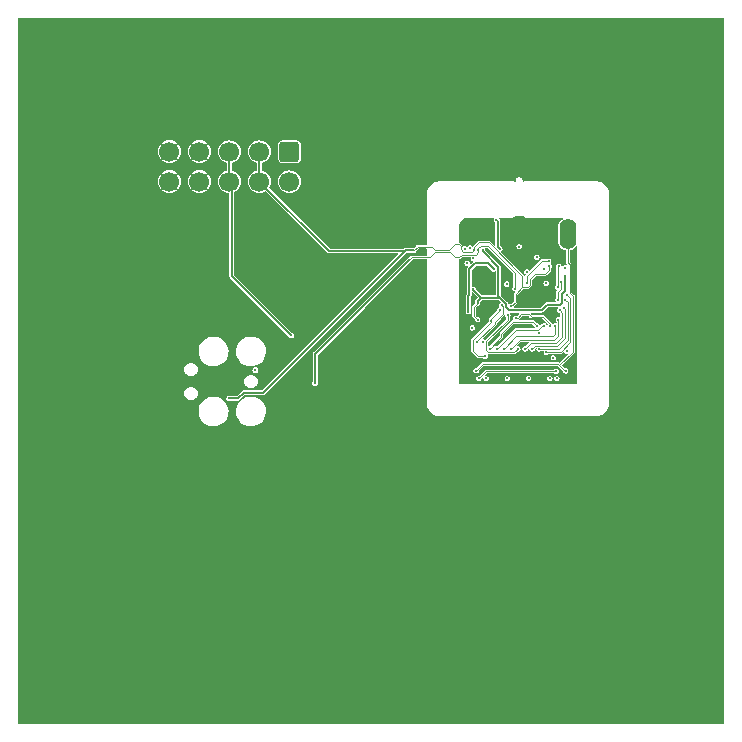
<source format=gbr>
%TF.GenerationSoftware,KiCad,Pcbnew,(7.0.0)*%
%TF.CreationDate,2023-09-14T17:34:22-04:00*%
%TF.ProjectId,headstage-neuropix2e,68656164-7374-4616-9765-2d6e6575726f,B (Beta)*%
%TF.SameCoordinates,Original*%
%TF.FileFunction,Copper,L3,Inr*%
%TF.FilePolarity,Positive*%
%FSLAX46Y46*%
G04 Gerber Fmt 4.6, Leading zero omitted, Abs format (unit mm)*
G04 Created by KiCad (PCBNEW (7.0.0)) date 2023-09-14 17:34:22*
%MOMM*%
%LPD*%
G01*
G04 APERTURE LIST*
G04 Aperture macros list*
%AMRoundRect*
0 Rectangle with rounded corners*
0 $1 Rounding radius*
0 $2 $3 $4 $5 $6 $7 $8 $9 X,Y pos of 4 corners*
0 Add a 4 corners polygon primitive as box body*
4,1,4,$2,$3,$4,$5,$6,$7,$8,$9,$2,$3,0*
0 Add four circle primitives for the rounded corners*
1,1,$1+$1,$2,$3*
1,1,$1+$1,$4,$5*
1,1,$1+$1,$6,$7*
1,1,$1+$1,$8,$9*
0 Add four rect primitives between the rounded corners*
20,1,$1+$1,$2,$3,$4,$5,0*
20,1,$1+$1,$4,$5,$6,$7,0*
20,1,$1+$1,$6,$7,$8,$9,0*
20,1,$1+$1,$8,$9,$2,$3,0*%
G04 Aperture macros list end*
%TA.AperFunction,ComponentPad*%
%ADD10O,1.400000X2.600000*%
%TD*%
%TA.AperFunction,ComponentPad*%
%ADD11RoundRect,0.250000X-0.600000X0.600000X-0.600000X-0.600000X0.600000X-0.600000X0.600000X0.600000X0*%
%TD*%
%TA.AperFunction,ComponentPad*%
%ADD12C,1.700000*%
%TD*%
%TA.AperFunction,ViaPad*%
%ADD13C,0.250000*%
%TD*%
%TA.AperFunction,ViaPad*%
%ADD14C,0.300000*%
%TD*%
%TA.AperFunction,Conductor*%
%ADD15C,0.100000*%
%TD*%
%TA.AperFunction,Conductor*%
%ADD16C,0.200000*%
%TD*%
G04 APERTURE END LIST*
D10*
%TO.N,/Neuropixels 2.0/NP_{TP0}*%
%TO.C,TP2*%
X146634999Y-83419999D03*
%TD*%
%TO.N,GND*%
%TO.C,TP1*%
X144954999Y-83419999D03*
%TD*%
D11*
%TO.N,+4V*%
%TO.C,J4*%
X123080000Y-76447500D03*
D12*
X123080000Y-78987500D03*
%TO.N,/Neuropixels 2.0/SCL*%
X120540000Y-76447500D03*
X120540000Y-78987500D03*
%TO.N,/Neuropixels 2.0/SDA*%
X118000000Y-76447500D03*
X118000000Y-78987500D03*
%TO.N,GND*%
X115460000Y-76447500D03*
X115460000Y-78987500D03*
X112920000Y-76447500D03*
X112920000Y-78987500D03*
%TD*%
D13*
%TO.N,GND*%
X143636000Y-83830000D03*
X147064500Y-85492000D03*
%TO.N,Net-(U3-DOUTP)*%
X144610474Y-86416271D03*
%TO.N,GND*%
X142238584Y-85504971D03*
X140869000Y-90928000D03*
X145953000Y-93861000D03*
%TO.N,/Neuropixels 2.0/SDA*%
X145162623Y-91188377D03*
%TO.N,/Neuropixels 2.0/SDA_{B}*%
X146544000Y-93341000D03*
%TO.N,/Neuropixels 2.0/NP_{TP1}*%
X145417601Y-93890601D03*
%TO.N,/Neuropixels 2.0/SCL*%
X141846000Y-89545500D03*
%TO.N,GND*%
X139395000Y-83656000D03*
X138859000Y-83670000D03*
X146329500Y-85430109D03*
X137890500Y-88930000D03*
X142125000Y-95650000D03*
X142725000Y-94725500D03*
D14*
X156300000Y-121900000D03*
D13*
X142040000Y-94725500D03*
X139816562Y-87440904D03*
X139800000Y-88025498D03*
X145475000Y-87550000D03*
X143970000Y-94720000D03*
X139445000Y-90900000D03*
D14*
X139900000Y-106500000D03*
D13*
X143960000Y-88180000D03*
X142525000Y-82475000D03*
X137915500Y-87943311D03*
X139470000Y-89250000D03*
D14*
X135640000Y-73600000D03*
D13*
X144458000Y-90722000D03*
X143050000Y-84559500D03*
X137790000Y-95590000D03*
X147060000Y-95590000D03*
X141530000Y-93780000D03*
X140033000Y-83672000D03*
X144880000Y-94720000D03*
X145765000Y-84891000D03*
X143152225Y-85674051D03*
X144755000Y-88270000D03*
X138360000Y-91900000D03*
X139025000Y-90250000D03*
X141610000Y-88040000D03*
X144465000Y-89370000D03*
X144525000Y-95650000D03*
X143025000Y-90500000D03*
X143925000Y-95650000D03*
X139620000Y-94750000D03*
X139150000Y-86900000D03*
X140925000Y-95650000D03*
X140111601Y-92511601D03*
X142019000Y-82599300D03*
X143845000Y-93830000D03*
X140310000Y-93780000D03*
X137880000Y-89500000D03*
X137810700Y-83680000D03*
X139925000Y-90200000D03*
X144755000Y-88610000D03*
X140325000Y-95650000D03*
X138525000Y-94750000D03*
D14*
X126680000Y-71747500D03*
X156700000Y-69100000D03*
X155800000Y-87500000D03*
D13*
X141313000Y-84798000D03*
X143725000Y-87600000D03*
X144565000Y-93780000D03*
X144815000Y-90110000D03*
X142775000Y-85400000D03*
X141395000Y-84090000D03*
X140450500Y-87830000D03*
X147070000Y-94510000D03*
X143285000Y-88250000D03*
X144385000Y-87530000D03*
X147067500Y-86488000D03*
D14*
X107600000Y-104500000D03*
X103100000Y-122100000D03*
D13*
X142264000Y-93877000D03*
X139463000Y-89867000D03*
X143000000Y-91244500D03*
X140880000Y-94720000D03*
X143385000Y-88770000D03*
X144909000Y-84978000D03*
X139020000Y-94380000D03*
D14*
X105450000Y-70470000D03*
D13*
X142725000Y-95650000D03*
X137955000Y-94170000D03*
X142355000Y-91170000D03*
D14*
X145200000Y-72300000D03*
D13*
X137975000Y-87440000D03*
D14*
X154200000Y-101500000D03*
D13*
X141625000Y-87249500D03*
D14*
X103900000Y-84800000D03*
X130200000Y-99700000D03*
D13*
X141925000Y-85020000D03*
X137764181Y-91279454D03*
X137947000Y-93305000D03*
X139859264Y-86450000D03*
%TO.N,+1V8*%
X139435000Y-84730000D03*
X139025000Y-89250000D03*
X146390891Y-86253101D03*
X138636680Y-88080474D03*
X144248000Y-91774000D03*
X143157963Y-86612963D03*
X140775000Y-86900000D03*
X146425000Y-86940000D03*
X145957485Y-89396611D03*
X139017000Y-90668000D03*
%TO.N,/Neuropixels 2.0/PCLK*%
X141580000Y-90270000D03*
X142425000Y-93150000D03*
%TO.N,/Neuropixels 2.0/SDA_{A}*%
X138980000Y-92530000D03*
X141070000Y-89460000D03*
%TO.N,+4V*%
X138640419Y-85475200D03*
X138124999Y-85890001D03*
D14*
X120200000Y-94945000D03*
D13*
X138355000Y-84600000D03*
D14*
%TO.N,/Neuropixels 2.0/SCL*%
X118000000Y-97340000D03*
D13*
X140165000Y-90820000D03*
X145087061Y-86139374D03*
X138735000Y-84740000D03*
X139642609Y-93772609D03*
X140890500Y-89857389D03*
%TO.N,/Neuropixels 2.0/D7*%
X144039000Y-91196000D03*
X140025000Y-93150000D03*
%TO.N,Net-(L1-Pad2)*%
X137921788Y-84655700D03*
%TO.N,/Neuropixels 2.0/D6*%
X144657623Y-91183377D03*
X140625000Y-93150000D03*
%TO.N,/Neuropixels 2.0/D5*%
X141225000Y-93150000D03*
X145581000Y-91166314D03*
%TO.N,/Neuropixels 2.0/D4*%
X141825000Y-93150000D03*
X145855500Y-90672278D03*
%TO.N,/Neuropixels 2.0/D3*%
X143025000Y-93150000D03*
X145945500Y-89880356D03*
%TO.N,/Neuropixels 2.0/D2*%
X146316587Y-89669500D03*
X143625000Y-93150000D03*
%TO.N,/Neuropixels 2.0/D1*%
X146450500Y-89020000D03*
X144225000Y-93150000D03*
%TO.N,/Neuropixels 2.0/D0*%
X146558524Y-88558259D03*
X144834000Y-93406000D03*
%TO.N,/DC Tap & Regulation/RF+DC*%
X142525000Y-84475000D03*
%TO.N,/Neuropixels 2.0/NP_{TP0}*%
X138875000Y-94980000D03*
X146460000Y-95000000D03*
%TO.N,/Neuropixels 2.0/SDA*%
X142220000Y-90550000D03*
X143175250Y-87580000D03*
X142169964Y-88035277D03*
X139085000Y-84730000D03*
D14*
X123200000Y-92000000D03*
D13*
X145033000Y-85713000D03*
D14*
X125255000Y-96035000D03*
D13*
%TO.N,Net-(#FLG04-pwr)*%
X144809500Y-87580498D03*
%TO.N,/Neuropixels 2.0/NP_{Select}*%
X145801000Y-89004500D03*
X146074000Y-87516000D03*
%TO.N,+2V5*%
X140375000Y-86400000D03*
X140893349Y-84655502D03*
X140610000Y-82204300D03*
X138215000Y-89990000D03*
%TO.N,Net-(U7-CAP)*%
X139440000Y-92527000D03*
%TO.N,Net-(U3-GPIO3{slash}CLKIN)*%
X145893368Y-86146332D03*
X145799500Y-87935500D03*
%TO.N,Net-(U3-MODE)*%
X141477000Y-87650000D03*
%TO.N,+1.8VA*%
X141525000Y-95650000D03*
X138573327Y-91366735D03*
X143325000Y-95650000D03*
%TO.N,/Serializer/Dout-*%
X144025000Y-85380000D03*
%TO.N,/Neuropixels 2.0/NP_{~{RST}}*%
X145725000Y-95650000D03*
X139125000Y-95650000D03*
X145675000Y-95046446D03*
%TO.N,/Neuropixels 2.0/NP_{~{MUXRST}}*%
X139725000Y-95650000D03*
X145125000Y-95650000D03*
%TD*%
D15*
%TO.N,Net-(U3-GPIO3{slash}CLKIN)*%
X145799500Y-86240200D02*
X145799500Y-87935500D01*
X145893368Y-86146332D02*
X145799500Y-86240200D01*
%TO.N,/Neuropixels 2.0/SDA*%
X143175250Y-86996750D02*
X143175250Y-87580000D01*
X144459000Y-85713000D02*
X143175250Y-86996750D01*
X145033000Y-85713000D02*
X144459000Y-85713000D01*
%TO.N,/Neuropixels 2.0/SCL*%
X142820000Y-87905000D02*
X142785000Y-87940000D01*
X143248000Y-87905000D02*
X142820000Y-87905000D01*
X143902000Y-86783000D02*
X143450250Y-87234750D01*
X143450250Y-87234750D02*
X143450250Y-87702750D01*
X145087061Y-86436939D02*
X144741000Y-86783000D01*
X145087061Y-86139374D02*
X145087061Y-86436939D01*
X144741000Y-86783000D02*
X143902000Y-86783000D01*
X143450250Y-87702750D02*
X143248000Y-87905000D01*
%TO.N,/Neuropixels 2.0/NP_{TP0}*%
X147105000Y-88690000D02*
X147105000Y-93374500D01*
X147105000Y-93374500D02*
X145939500Y-94540000D01*
X146793000Y-88378000D02*
X147105000Y-88690000D01*
X146793000Y-85988000D02*
X146793000Y-88378000D01*
X146648000Y-83433000D02*
X146648000Y-85843000D01*
X146648000Y-85843000D02*
X146793000Y-85988000D01*
X146635000Y-83420000D02*
X146648000Y-83433000D01*
D16*
%TO.N,+1V8*%
X140775000Y-86195000D02*
X140775000Y-86900000D01*
X139435000Y-84855000D02*
X140775000Y-86195000D01*
X139435000Y-84730000D02*
X139435000Y-84855000D01*
D15*
%TO.N,/Neuropixels 2.0/SDA*%
X139085000Y-84615000D02*
X139085000Y-84730000D01*
X139280000Y-84420000D02*
X139085000Y-84615000D01*
X139896000Y-84420000D02*
X139280000Y-84420000D01*
X142169964Y-86693964D02*
X139896000Y-84420000D01*
X142169964Y-88035277D02*
X142169964Y-86693964D01*
%TO.N,/Neuropixels 2.0/SDA_{A}*%
X140471500Y-90891000D02*
X141165500Y-90197000D01*
X140471500Y-91021500D02*
X140471500Y-90891000D01*
X141165500Y-90197000D02*
X141165500Y-89555500D01*
X138980000Y-92513000D02*
X140471500Y-91021500D01*
X141165500Y-89555500D02*
X141070000Y-89460000D01*
X138980000Y-92530000D02*
X138980000Y-92513000D01*
%TO.N,/Neuropixels 2.0/SCL*%
X138538000Y-84937000D02*
X138735000Y-84740000D01*
X137814179Y-84937000D02*
X138538000Y-84937000D01*
X137564000Y-84686821D02*
X137814179Y-84937000D01*
X137425000Y-84275000D02*
X137564000Y-84414000D01*
X137564000Y-84414000D02*
X137564000Y-84686821D01*
X137080013Y-84275000D02*
X137425000Y-84275000D01*
X136605013Y-84750000D02*
X137080013Y-84275000D01*
X135408105Y-84750000D02*
X136605013Y-84750000D01*
X135146548Y-84488443D02*
X135408105Y-84750000D01*
X133936557Y-84488443D02*
X135146548Y-84488443D01*
X133625000Y-84800000D02*
X133936557Y-84488443D01*
%TO.N,/Neuropixels 2.0/SDA*%
X133425000Y-85400000D02*
X133325000Y-85500000D01*
X134950000Y-85400000D02*
X133425000Y-85400000D01*
X137135013Y-85400000D02*
X136685013Y-84950000D01*
X138843000Y-85192000D02*
X137649092Y-85192000D01*
X137441092Y-85400000D02*
X137135013Y-85400000D01*
X139085000Y-84950000D02*
X138843000Y-85192000D01*
X137649092Y-85192000D02*
X137441092Y-85400000D01*
X136685013Y-84950000D02*
X135400000Y-84950000D01*
X135400000Y-84950000D02*
X134950000Y-85400000D01*
X139085000Y-84730000D02*
X139085000Y-84950000D01*
%TO.N,/Neuropixels 2.0/D6*%
X142256000Y-91519000D02*
X140625000Y-93150000D01*
X144114091Y-91519000D02*
X142256000Y-91519000D01*
X144449714Y-91183377D02*
X144114091Y-91519000D01*
X144657623Y-91183377D02*
X144449714Y-91183377D01*
%TO.N,/Neuropixels 2.0/SDA*%
X143595000Y-90410000D02*
X144553000Y-90410000D01*
X145162623Y-91188377D02*
X145162623Y-91019623D01*
X145162623Y-91019623D02*
X144553000Y-90410000D01*
%TO.N,/Neuropixels 2.0/D7*%
X140025000Y-93130000D02*
X140025000Y-93150000D01*
X141015000Y-92140000D02*
X140025000Y-93130000D01*
X141015000Y-91860000D02*
X141015000Y-92140000D01*
X143689435Y-90846435D02*
X142028565Y-90846435D01*
X142028565Y-90846435D02*
X141015000Y-91860000D01*
X144039000Y-91196000D02*
X143689435Y-90846435D01*
%TO.N,/Neuropixels 2.0/D5*%
X145418000Y-92084000D02*
X142291000Y-92084000D01*
X145581000Y-91921000D02*
X145418000Y-92084000D01*
X145581000Y-91166314D02*
X145581000Y-91921000D01*
X142291000Y-92084000D02*
X141225000Y-93150000D01*
%TO.N,/Neuropixels 2.0/D4*%
X145482000Y-92393000D02*
X145855500Y-92019500D01*
X145855500Y-92019500D02*
X145855500Y-90672278D01*
X142582000Y-92393000D02*
X145482000Y-92393000D01*
X141825000Y-93150000D02*
X142582000Y-92393000D01*
%TO.N,/Neuropixels 2.0/D3*%
X146130000Y-92121000D02*
X145626000Y-92625000D01*
X146130000Y-90064856D02*
X146130000Y-92121000D01*
X143550000Y-92625000D02*
X143025000Y-93150000D01*
X145945500Y-89880356D02*
X146130000Y-90064856D01*
X145626000Y-92625000D02*
X143550000Y-92625000D01*
%TO.N,/Neuropixels 2.0/D2*%
X145734000Y-92867000D02*
X143908000Y-92867000D01*
X143908000Y-92867000D02*
X143625000Y-93150000D01*
X146385000Y-92216000D02*
X145734000Y-92867000D01*
X146316587Y-89669500D02*
X146385000Y-89737913D01*
X146385000Y-89737913D02*
X146385000Y-92216000D01*
%TO.N,/Neuropixels 2.0/D1*%
X144244000Y-93131000D02*
X144225000Y-93150000D01*
X145912000Y-93131000D02*
X144244000Y-93131000D01*
X146625000Y-92418000D02*
X145912000Y-93131000D01*
X146450500Y-89020000D02*
X146625000Y-89194500D01*
X146625000Y-89194500D02*
X146625000Y-92418000D01*
%TO.N,/Neuropixels 2.0/D0*%
X146875000Y-88874735D02*
X146558524Y-88558259D01*
X146033000Y-93406000D02*
X146875000Y-92564000D01*
X144834000Y-93406000D02*
X146033000Y-93406000D01*
X146875000Y-92564000D02*
X146875000Y-88874735D01*
%TO.N,+1V8*%
X138715000Y-89560000D02*
X139025000Y-89250000D01*
X139017000Y-90668000D02*
X138715000Y-90366000D01*
X138715000Y-90366000D02*
X138715000Y-89560000D01*
D16*
X146425000Y-88220000D02*
X146425000Y-86940000D01*
X146125500Y-88519500D02*
X146425000Y-88220000D01*
X146125500Y-89228596D02*
X146125500Y-88519500D01*
X145957485Y-89396611D02*
X146125500Y-89228596D01*
X140859620Y-88790000D02*
X140775000Y-88790000D01*
X141415500Y-89345880D02*
X140859620Y-88790000D01*
X141415500Y-89613500D02*
X141415500Y-89345880D01*
X141672500Y-89870500D02*
X141415500Y-89613500D01*
X144424120Y-89870500D02*
X141672500Y-89870500D01*
X144898009Y-89396611D02*
X144424120Y-89870500D01*
X145957485Y-89396611D02*
X144898009Y-89396611D01*
D15*
%TO.N,/Neuropixels 2.0/NP_{Select}*%
X146074000Y-88049909D02*
X146074000Y-87516000D01*
X145801000Y-89004500D02*
X145801000Y-88316000D01*
X145801000Y-88316000D02*
X145906500Y-88210500D01*
X145906500Y-88210500D02*
X145913409Y-88210500D01*
X145913409Y-88210500D02*
X146074000Y-88049909D01*
%TO.N,/Neuropixels 2.0/SCL*%
X142230000Y-88495000D02*
X142785000Y-87940000D01*
X142230000Y-89161500D02*
X142230000Y-88495000D01*
X141846000Y-89545500D02*
X142230000Y-89161500D01*
D16*
%TO.N,+1V8*%
X138636680Y-88115742D02*
X139320938Y-88800000D01*
X140775000Y-88790000D02*
X140775000Y-86900000D01*
X140765000Y-88800000D02*
X140775000Y-88790000D01*
X138636680Y-88080474D02*
X138636680Y-88115742D01*
X139320938Y-88800000D02*
X139025000Y-89095938D01*
X139320938Y-88800000D02*
X140765000Y-88800000D01*
X139025000Y-89095938D02*
X139025000Y-89250000D01*
D15*
%TO.N,/Neuropixels 2.0/PCLK*%
X139920500Y-93445500D02*
X142129500Y-93445500D01*
X139733691Y-92501309D02*
X139733691Y-93258691D01*
X141580000Y-90270000D02*
X141580000Y-90655000D01*
X141580000Y-90655000D02*
X139733691Y-92501309D01*
X139733691Y-93258691D02*
X139920500Y-93445500D01*
X142129500Y-93445500D02*
X142425000Y-93150000D01*
%TO.N,/Neuropixels 2.0/SCL*%
X139950000Y-84120000D02*
X142780000Y-86950000D01*
D16*
X132850000Y-84850000D02*
X126402500Y-84850000D01*
D15*
X140165000Y-90820000D02*
X140165000Y-90582889D01*
X140165000Y-90820000D02*
X140165000Y-90845000D01*
X138630000Y-92380000D02*
X138630000Y-93335000D01*
X140165000Y-90845000D02*
X138630000Y-92380000D01*
X140165000Y-90582889D02*
X140890500Y-89857389D01*
D16*
X120860000Y-96840000D02*
X132850000Y-84850000D01*
X118000000Y-97340000D02*
X118700000Y-97340000D01*
X119200000Y-96840000D02*
X120860000Y-96840000D01*
D15*
X142780000Y-86950000D02*
X142780000Y-87935000D01*
X138735000Y-84740000D02*
X138735000Y-84545000D01*
X139160000Y-84120000D02*
X139950000Y-84120000D01*
X139067609Y-93772609D02*
X139642609Y-93772609D01*
D16*
X126402500Y-84850000D02*
X120540000Y-78987500D01*
X120540000Y-76447500D02*
X120540000Y-78987500D01*
D15*
X142780000Y-87935000D02*
X142785000Y-87940000D01*
D16*
X118700000Y-97340000D02*
X119200000Y-96840000D01*
X132900000Y-84800000D02*
X132850000Y-84850000D01*
D15*
X138735000Y-84545000D02*
X139160000Y-84120000D01*
X138630000Y-93335000D02*
X139067609Y-93772609D01*
D16*
X132900000Y-84800000D02*
X133625000Y-84800000D01*
D15*
%TO.N,/Neuropixels 2.0/NP_{TP0}*%
X139455000Y-94400000D02*
X145799500Y-94400000D01*
X138875000Y-94980000D02*
X139455000Y-94400000D01*
X146460000Y-95000000D02*
X146399500Y-95000000D01*
X145799500Y-94400000D02*
X145939500Y-94540000D01*
X146399500Y-95000000D02*
X145939500Y-94540000D01*
D16*
%TO.N,/Neuropixels 2.0/SDA*%
X123200000Y-92000000D02*
X118200000Y-87000000D01*
X118000000Y-76447500D02*
X118000000Y-78987500D01*
D15*
X142400000Y-90500000D02*
X142700000Y-90200000D01*
X142200000Y-90500000D02*
X142400000Y-90500000D01*
D16*
X118200000Y-87000000D02*
X118200000Y-79187500D01*
D15*
X143385000Y-90200000D02*
X143595000Y-90410000D01*
D16*
X125255000Y-96035000D02*
X125255000Y-93570000D01*
D15*
X142700000Y-90200000D02*
X143385000Y-90200000D01*
D16*
X125255000Y-93570000D02*
X133325000Y-85500000D01*
X118200000Y-79187500D02*
X118000000Y-78987500D01*
%TO.N,+2V5*%
X140720000Y-84482153D02*
X140720000Y-82314300D01*
X140720000Y-82314300D02*
X140610000Y-82204300D01*
X140893349Y-84655502D02*
X140720000Y-84482153D01*
X138295290Y-87689710D02*
X138315000Y-87670000D01*
X138805000Y-85890000D02*
X139865000Y-85890000D01*
X138315000Y-86380000D02*
X138805000Y-85890000D01*
X138315000Y-87670000D02*
X138315000Y-86380000D01*
X138295290Y-88604710D02*
X138295290Y-87689710D01*
X138215000Y-88685000D02*
X138295290Y-88604710D01*
X139865000Y-85890000D02*
X140375000Y-86400000D01*
X138215000Y-89990000D02*
X138215000Y-88685000D01*
D15*
%TO.N,/Neuropixels 2.0/NP_{~{RST}}*%
X145671446Y-95050000D02*
X139725000Y-95050000D01*
X145675000Y-95046446D02*
X145671446Y-95050000D01*
X139725000Y-95050000D02*
X139125000Y-95650000D01*
%TD*%
%TA.AperFunction,Conductor*%
%TO.N,GND*%
G36*
X147394652Y-84440574D02*
G01*
X147404500Y-84470039D01*
X147404500Y-89887082D01*
X147404497Y-89887108D01*
X147404493Y-89887108D01*
X147404493Y-89887133D01*
X147404493Y-89887134D01*
X147404493Y-89982996D01*
X147404493Y-89983007D01*
X147404494Y-89985139D01*
X147404831Y-89987051D01*
X147405000Y-89990925D01*
X147405000Y-92603353D01*
X147404832Y-92607186D01*
X147404499Y-92609076D01*
X147404499Y-92671725D01*
X147404500Y-92671725D01*
X147404500Y-92671727D01*
X147404500Y-96030500D01*
X147390148Y-96065148D01*
X147355500Y-96079500D01*
X144182288Y-96079500D01*
X144150000Y-96079500D01*
X144051969Y-96079500D01*
X144050079Y-96079833D01*
X144046251Y-96080000D01*
X141433749Y-96080000D01*
X141429920Y-96079833D01*
X141428031Y-96079500D01*
X141425890Y-96079500D01*
X137494500Y-96079500D01*
X137459852Y-96065148D01*
X137445500Y-96030500D01*
X137445500Y-95650000D01*
X138895082Y-95650000D01*
X138896023Y-95654731D01*
X138911641Y-95733253D01*
X138911642Y-95733255D01*
X138912583Y-95737986D01*
X138962423Y-95812577D01*
X139037014Y-95862417D01*
X139125000Y-95879918D01*
X139212986Y-95862417D01*
X139287577Y-95812577D01*
X139337417Y-95737986D01*
X139354918Y-95650000D01*
X139354860Y-95649713D01*
X139357704Y-95635410D01*
X139368325Y-95619512D01*
X139419907Y-95567930D01*
X139447363Y-95554110D01*
X139477651Y-95559366D01*
X139498848Y-95581629D01*
X139502612Y-95612138D01*
X139496023Y-95645268D01*
X139495082Y-95650000D01*
X139496023Y-95654731D01*
X139511641Y-95733253D01*
X139511642Y-95733255D01*
X139512583Y-95737986D01*
X139562423Y-95812577D01*
X139637014Y-95862417D01*
X139725000Y-95879918D01*
X139812986Y-95862417D01*
X139887577Y-95812577D01*
X139937417Y-95737986D01*
X139954918Y-95650000D01*
X141295082Y-95650000D01*
X141296023Y-95654731D01*
X141311641Y-95733253D01*
X141311642Y-95733255D01*
X141312583Y-95737986D01*
X141362423Y-95812577D01*
X141437014Y-95862417D01*
X141525000Y-95879918D01*
X141612986Y-95862417D01*
X141687577Y-95812577D01*
X141737417Y-95737986D01*
X141754918Y-95650000D01*
X143095082Y-95650000D01*
X143096023Y-95654731D01*
X143111641Y-95733253D01*
X143111642Y-95733255D01*
X143112583Y-95737986D01*
X143162423Y-95812577D01*
X143237014Y-95862417D01*
X143325000Y-95879918D01*
X143412986Y-95862417D01*
X143487577Y-95812577D01*
X143537417Y-95737986D01*
X143554918Y-95650000D01*
X144895082Y-95650000D01*
X144896023Y-95654731D01*
X144911641Y-95733253D01*
X144911642Y-95733255D01*
X144912583Y-95737986D01*
X144962423Y-95812577D01*
X145037014Y-95862417D01*
X145125000Y-95879918D01*
X145212986Y-95862417D01*
X145287577Y-95812577D01*
X145337417Y-95737986D01*
X145354918Y-95650000D01*
X145495082Y-95650000D01*
X145496023Y-95654731D01*
X145511641Y-95733253D01*
X145511642Y-95733255D01*
X145512583Y-95737986D01*
X145562423Y-95812577D01*
X145637014Y-95862417D01*
X145725000Y-95879918D01*
X145812986Y-95862417D01*
X145887577Y-95812577D01*
X145937417Y-95737986D01*
X145954918Y-95650000D01*
X145937417Y-95562014D01*
X145887577Y-95487423D01*
X145812986Y-95437583D01*
X145808255Y-95436642D01*
X145808253Y-95436641D01*
X145729731Y-95421023D01*
X145725000Y-95420082D01*
X145720269Y-95421023D01*
X145641746Y-95436641D01*
X145641742Y-95436642D01*
X145637014Y-95437583D01*
X145633002Y-95440263D01*
X145633001Y-95440264D01*
X145566434Y-95484742D01*
X145566431Y-95484744D01*
X145562423Y-95487423D01*
X145559744Y-95491431D01*
X145559742Y-95491434D01*
X145517864Y-95554110D01*
X145512583Y-95562014D01*
X145511642Y-95566742D01*
X145511641Y-95566746D01*
X145502613Y-95612138D01*
X145495082Y-95650000D01*
X145354918Y-95650000D01*
X145337417Y-95562014D01*
X145287577Y-95487423D01*
X145212986Y-95437583D01*
X145208255Y-95436642D01*
X145208253Y-95436641D01*
X145129731Y-95421023D01*
X145125000Y-95420082D01*
X145120269Y-95421023D01*
X145041746Y-95436641D01*
X145041742Y-95436642D01*
X145037014Y-95437583D01*
X145033002Y-95440263D01*
X145033001Y-95440264D01*
X144966434Y-95484742D01*
X144966431Y-95484744D01*
X144962423Y-95487423D01*
X144959744Y-95491431D01*
X144959742Y-95491434D01*
X144917864Y-95554110D01*
X144912583Y-95562014D01*
X144911642Y-95566742D01*
X144911641Y-95566746D01*
X144902613Y-95612138D01*
X144895082Y-95650000D01*
X143554918Y-95650000D01*
X143537417Y-95562014D01*
X143487577Y-95487423D01*
X143412986Y-95437583D01*
X143408255Y-95436642D01*
X143408253Y-95436641D01*
X143329731Y-95421023D01*
X143325000Y-95420082D01*
X143320269Y-95421023D01*
X143241746Y-95436641D01*
X143241742Y-95436642D01*
X143237014Y-95437583D01*
X143233002Y-95440263D01*
X143233001Y-95440264D01*
X143166434Y-95484742D01*
X143166431Y-95484744D01*
X143162423Y-95487423D01*
X143159744Y-95491431D01*
X143159742Y-95491434D01*
X143117864Y-95554110D01*
X143112583Y-95562014D01*
X143111642Y-95566742D01*
X143111641Y-95566746D01*
X143102613Y-95612138D01*
X143095082Y-95650000D01*
X141754918Y-95650000D01*
X141737417Y-95562014D01*
X141687577Y-95487423D01*
X141612986Y-95437583D01*
X141608255Y-95436642D01*
X141608253Y-95436641D01*
X141529731Y-95421023D01*
X141525000Y-95420082D01*
X141520269Y-95421023D01*
X141441746Y-95436641D01*
X141441742Y-95436642D01*
X141437014Y-95437583D01*
X141433002Y-95440263D01*
X141433001Y-95440264D01*
X141366434Y-95484742D01*
X141366431Y-95484744D01*
X141362423Y-95487423D01*
X141359744Y-95491431D01*
X141359742Y-95491434D01*
X141317864Y-95554110D01*
X141312583Y-95562014D01*
X141311642Y-95566742D01*
X141311641Y-95566746D01*
X141302613Y-95612138D01*
X141295082Y-95650000D01*
X139954918Y-95650000D01*
X139937417Y-95562014D01*
X139887577Y-95487423D01*
X139812986Y-95437583D01*
X139808255Y-95436642D01*
X139808253Y-95436641D01*
X139729731Y-95421023D01*
X139725000Y-95420082D01*
X139720269Y-95421023D01*
X139720268Y-95421023D01*
X139687139Y-95427612D01*
X139656630Y-95423848D01*
X139634367Y-95402651D01*
X139629111Y-95372363D01*
X139642932Y-95344906D01*
X139772986Y-95214852D01*
X139807635Y-95200500D01*
X145484935Y-95200500D01*
X145510924Y-95211265D01*
X145512423Y-95209023D01*
X145587014Y-95258863D01*
X145675000Y-95276364D01*
X145762986Y-95258863D01*
X145837577Y-95209023D01*
X145887417Y-95134432D01*
X145904918Y-95046446D01*
X145887417Y-94958460D01*
X145837577Y-94883869D01*
X145833560Y-94881185D01*
X145800281Y-94858949D01*
X145762986Y-94834029D01*
X145758255Y-94833088D01*
X145758253Y-94833087D01*
X145679731Y-94817469D01*
X145675000Y-94816528D01*
X145670269Y-94817469D01*
X145591746Y-94833087D01*
X145591742Y-94833088D01*
X145587014Y-94834029D01*
X145583002Y-94836709D01*
X145583001Y-94836710D01*
X145516438Y-94881185D01*
X145516434Y-94881188D01*
X145512423Y-94883869D01*
X145510836Y-94886243D01*
X145496581Y-94895769D01*
X145477828Y-94899500D01*
X139765327Y-94899500D01*
X139684673Y-94899500D01*
X139679088Y-94902723D01*
X139679085Y-94902725D01*
X139672492Y-94906532D01*
X139660679Y-94911425D01*
X139647096Y-94915065D01*
X139642538Y-94919622D01*
X139642536Y-94919624D01*
X139155489Y-95406671D01*
X139124856Y-95419359D01*
X139125000Y-95420082D01*
X139121369Y-95420804D01*
X139121367Y-95420804D01*
X139120269Y-95421023D01*
X139041746Y-95436641D01*
X139041742Y-95436642D01*
X139037014Y-95437583D01*
X139033002Y-95440263D01*
X139033001Y-95440264D01*
X138966434Y-95484742D01*
X138966431Y-95484744D01*
X138962423Y-95487423D01*
X138959744Y-95491431D01*
X138959742Y-95491434D01*
X138917864Y-95554110D01*
X138912583Y-95562014D01*
X138911642Y-95566742D01*
X138911641Y-95566746D01*
X138902613Y-95612138D01*
X138895082Y-95650000D01*
X137445500Y-95650000D01*
X137445500Y-91366735D01*
X138343409Y-91366735D01*
X138344350Y-91371466D01*
X138359968Y-91449988D01*
X138359969Y-91449990D01*
X138360910Y-91454721D01*
X138410750Y-91529312D01*
X138485341Y-91579152D01*
X138573327Y-91596653D01*
X138661313Y-91579152D01*
X138735904Y-91529312D01*
X138785744Y-91454721D01*
X138803245Y-91366735D01*
X138785744Y-91278749D01*
X138735904Y-91204158D01*
X138730775Y-91200731D01*
X138665325Y-91156999D01*
X138665326Y-91156999D01*
X138661313Y-91154318D01*
X138656582Y-91153377D01*
X138656580Y-91153376D01*
X138578058Y-91137758D01*
X138573327Y-91136817D01*
X138568596Y-91137758D01*
X138490073Y-91153376D01*
X138490069Y-91153377D01*
X138485341Y-91154318D01*
X138481329Y-91156998D01*
X138481328Y-91156999D01*
X138414761Y-91201477D01*
X138414758Y-91201479D01*
X138410750Y-91204158D01*
X138408071Y-91208166D01*
X138408069Y-91208169D01*
X138368889Y-91266807D01*
X138360910Y-91278749D01*
X138359969Y-91283477D01*
X138359968Y-91283481D01*
X138351532Y-91325895D01*
X138343409Y-91366735D01*
X137445500Y-91366735D01*
X137445500Y-86204110D01*
X137445500Y-86201969D01*
X137445166Y-86200079D01*
X137445000Y-86196251D01*
X137445000Y-85596129D01*
X137455125Y-85566300D01*
X137478770Y-85550500D01*
X137481419Y-85550500D01*
X137493597Y-85543467D01*
X137505413Y-85538573D01*
X137518996Y-85534935D01*
X137576027Y-85477905D01*
X137576027Y-85477903D01*
X137697080Y-85356850D01*
X137731727Y-85342500D01*
X138377189Y-85342500D01*
X138404412Y-85350758D01*
X138422459Y-85372748D01*
X138425248Y-85401059D01*
X138410501Y-85475200D01*
X138411442Y-85479931D01*
X138427060Y-85558453D01*
X138427061Y-85558455D01*
X138428002Y-85563186D01*
X138448162Y-85593358D01*
X138473213Y-85630850D01*
X138477842Y-85637777D01*
X138552433Y-85687617D01*
X138593995Y-85695884D01*
X138605483Y-85698169D01*
X138634798Y-85716399D01*
X138644819Y-85749433D01*
X138630572Y-85780876D01*
X138427787Y-85983662D01*
X138400329Y-85997484D01*
X138370041Y-85992228D01*
X138348844Y-85969964D01*
X138345081Y-85939455D01*
X138353976Y-85894737D01*
X138353976Y-85894732D01*
X138354917Y-85890001D01*
X138353589Y-85883327D01*
X138338357Y-85806747D01*
X138337416Y-85802015D01*
X138287576Y-85727424D01*
X138273069Y-85717731D01*
X138240373Y-85695884D01*
X138212985Y-85677584D01*
X138208254Y-85676643D01*
X138208252Y-85676642D01*
X138129730Y-85661024D01*
X138124999Y-85660083D01*
X138120268Y-85661024D01*
X138041745Y-85676642D01*
X138041741Y-85676643D01*
X138037013Y-85677584D01*
X138033001Y-85680264D01*
X138033000Y-85680265D01*
X137966433Y-85724743D01*
X137966430Y-85724745D01*
X137962422Y-85727424D01*
X137959743Y-85731432D01*
X137959741Y-85731435D01*
X137916432Y-85796253D01*
X137912582Y-85802015D01*
X137911641Y-85806743D01*
X137911640Y-85806747D01*
X137896022Y-85885270D01*
X137895081Y-85890001D01*
X137896022Y-85894732D01*
X137911640Y-85973254D01*
X137911641Y-85973256D01*
X137912582Y-85977987D01*
X137926580Y-85998936D01*
X137954474Y-86040684D01*
X137962422Y-86052578D01*
X138037013Y-86102418D01*
X138124999Y-86119919D01*
X138129730Y-86118978D01*
X138129735Y-86118978D01*
X138174453Y-86110083D01*
X138204962Y-86113846D01*
X138227226Y-86135043D01*
X138232482Y-86165331D01*
X138218660Y-86192789D01*
X138203199Y-86208250D01*
X138196033Y-86213336D01*
X138196064Y-86213375D01*
X138191745Y-86216818D01*
X138186776Y-86219212D01*
X138183338Y-86223522D01*
X138183334Y-86223526D01*
X138166973Y-86244041D01*
X138163319Y-86248131D01*
X138159197Y-86252253D01*
X138159194Y-86252256D01*
X138157252Y-86254199D01*
X138155787Y-86256529D01*
X138155786Y-86256531D01*
X138152685Y-86261465D01*
X138149512Y-86265936D01*
X138136164Y-86282675D01*
X138129710Y-86290769D01*
X138128481Y-86296151D01*
X138126086Y-86301125D01*
X138126041Y-86301103D01*
X138125597Y-86302174D01*
X138125644Y-86302191D01*
X138123820Y-86307402D01*
X138120884Y-86312076D01*
X138120266Y-86317556D01*
X138120265Y-86317561D01*
X138117328Y-86343631D01*
X138116409Y-86349038D01*
X138115112Y-86354721D01*
X138115110Y-86354734D01*
X138114500Y-86357410D01*
X138114500Y-86360161D01*
X138114500Y-86365993D01*
X138114191Y-86371478D01*
X138110638Y-86403026D01*
X138112461Y-86408238D01*
X138113080Y-86413723D01*
X138113028Y-86413728D01*
X138114500Y-86422388D01*
X138114500Y-87582781D01*
X138110644Y-87599670D01*
X138110000Y-87600479D01*
X138108771Y-87605859D01*
X138106376Y-87610834D01*
X138106331Y-87610812D01*
X138105887Y-87611884D01*
X138105934Y-87611901D01*
X138104110Y-87617112D01*
X138101174Y-87621786D01*
X138100556Y-87627266D01*
X138100555Y-87627271D01*
X138097618Y-87653341D01*
X138096699Y-87658748D01*
X138095402Y-87664431D01*
X138095400Y-87664444D01*
X138094790Y-87667120D01*
X138094790Y-87669871D01*
X138094790Y-87675703D01*
X138094482Y-87681188D01*
X138093198Y-87692590D01*
X138090928Y-87712736D01*
X138092751Y-87717948D01*
X138093370Y-87723433D01*
X138093318Y-87723438D01*
X138094790Y-87732098D01*
X138094790Y-88497017D01*
X138084098Y-88527569D01*
X138077911Y-88535328D01*
X138066973Y-88549042D01*
X138063319Y-88553131D01*
X138059197Y-88557253D01*
X138059194Y-88557256D01*
X138057252Y-88559199D01*
X138055787Y-88561529D01*
X138055786Y-88561531D01*
X138052685Y-88566465D01*
X138049512Y-88570936D01*
X138036568Y-88587169D01*
X138029710Y-88595769D01*
X138028481Y-88601151D01*
X138026086Y-88606125D01*
X138026041Y-88606103D01*
X138025597Y-88607174D01*
X138025644Y-88607191D01*
X138023820Y-88612402D01*
X138020884Y-88617076D01*
X138020266Y-88622556D01*
X138020265Y-88622561D01*
X138017328Y-88648631D01*
X138016409Y-88654038D01*
X138015112Y-88659721D01*
X138015110Y-88659734D01*
X138014500Y-88662410D01*
X138014500Y-88665161D01*
X138014500Y-88670993D01*
X138014192Y-88676478D01*
X138011739Y-88698256D01*
X138010638Y-88708026D01*
X138012461Y-88713238D01*
X138013080Y-88718723D01*
X138013028Y-88718728D01*
X138014500Y-88727388D01*
X138014500Y-89869315D01*
X138006242Y-89896537D01*
X138002583Y-89902014D01*
X138001642Y-89906742D01*
X138001641Y-89906746D01*
X137997032Y-89929920D01*
X137985082Y-89990000D01*
X137986023Y-89994731D01*
X138001641Y-90073253D01*
X138001642Y-90073255D01*
X138002583Y-90077986D01*
X138023434Y-90109192D01*
X138048845Y-90147223D01*
X138052423Y-90152577D01*
X138127014Y-90202417D01*
X138215000Y-90219918D01*
X138302986Y-90202417D01*
X138377577Y-90152577D01*
X138427417Y-90077986D01*
X138444918Y-89990000D01*
X138427417Y-89902014D01*
X138423757Y-89896537D01*
X138415500Y-89869315D01*
X138415500Y-88792693D01*
X138426189Y-88762143D01*
X138443319Y-88740661D01*
X138446957Y-88736592D01*
X138453038Y-88730512D01*
X138457603Y-88723246D01*
X138460787Y-88718758D01*
X138460815Y-88718723D01*
X138480580Y-88693941D01*
X138481808Y-88688557D01*
X138484205Y-88683582D01*
X138484251Y-88683604D01*
X138484692Y-88682539D01*
X138484644Y-88682522D01*
X138486468Y-88677308D01*
X138489406Y-88672634D01*
X138492960Y-88641077D01*
X138493879Y-88635670D01*
X138495790Y-88627300D01*
X138495790Y-88618717D01*
X138496098Y-88613232D01*
X138499034Y-88587169D01*
X138499652Y-88581684D01*
X138497828Y-88576472D01*
X138497210Y-88570987D01*
X138497261Y-88570981D01*
X138495790Y-88562322D01*
X138495790Y-88376697D01*
X138510142Y-88342049D01*
X138544790Y-88327697D01*
X138579438Y-88342049D01*
X139002740Y-88765351D01*
X139017092Y-88799999D01*
X139002740Y-88834647D01*
X138913199Y-88924188D01*
X138906033Y-88929274D01*
X138906064Y-88929313D01*
X138901745Y-88932756D01*
X138896776Y-88935150D01*
X138893338Y-88939460D01*
X138893334Y-88939464D01*
X138876973Y-88959979D01*
X138873319Y-88964069D01*
X138869197Y-88968191D01*
X138869194Y-88968194D01*
X138867252Y-88970137D01*
X138865787Y-88972467D01*
X138865786Y-88972469D01*
X138862685Y-88977403D01*
X138859512Y-88981874D01*
X138843386Y-89002097D01*
X138839710Y-89006707D01*
X138838481Y-89012089D01*
X138836086Y-89017063D01*
X138836041Y-89017041D01*
X138835597Y-89018112D01*
X138835644Y-89018129D01*
X138833820Y-89023340D01*
X138830884Y-89028014D01*
X138830266Y-89033494D01*
X138830265Y-89033499D01*
X138827328Y-89059569D01*
X138826409Y-89064976D01*
X138825112Y-89070659D01*
X138825110Y-89070672D01*
X138824500Y-89073348D01*
X138824500Y-89076099D01*
X138824500Y-89081931D01*
X138824192Y-89087416D01*
X138821255Y-89113479D01*
X138821255Y-89113483D01*
X138820638Y-89118964D01*
X138822460Y-89124171D01*
X138822677Y-89126095D01*
X138816111Y-89153128D01*
X138817111Y-89153543D01*
X138815263Y-89158002D01*
X138812583Y-89162014D01*
X138811642Y-89166742D01*
X138811641Y-89166746D01*
X138796910Y-89240808D01*
X138795804Y-89246367D01*
X138795804Y-89246369D01*
X138795082Y-89250000D01*
X138794359Y-89249856D01*
X138781671Y-89280489D01*
X138637096Y-89425065D01*
X138584626Y-89477534D01*
X138584624Y-89477536D01*
X138580065Y-89482096D01*
X138578396Y-89488323D01*
X138578395Y-89488326D01*
X138576425Y-89495680D01*
X138571532Y-89507492D01*
X138567725Y-89514085D01*
X138567723Y-89514088D01*
X138564500Y-89519673D01*
X138564499Y-89526119D01*
X138564499Y-89526123D01*
X138564499Y-89560364D01*
X138564499Y-89600326D01*
X138564500Y-89600328D01*
X138564500Y-90325673D01*
X138564500Y-90406327D01*
X138567724Y-90411911D01*
X138567725Y-90411914D01*
X138571531Y-90418506D01*
X138576426Y-90430323D01*
X138578395Y-90437674D01*
X138578396Y-90437676D01*
X138580065Y-90443904D01*
X138584624Y-90448463D01*
X138637094Y-90500934D01*
X138637100Y-90500939D01*
X138773671Y-90637510D01*
X138786360Y-90668143D01*
X138787082Y-90668000D01*
X138787803Y-90671628D01*
X138787804Y-90671630D01*
X138788023Y-90672731D01*
X138803641Y-90751253D01*
X138803642Y-90751255D01*
X138804583Y-90755986D01*
X138810122Y-90764276D01*
X138847355Y-90820000D01*
X138854423Y-90830577D01*
X138929014Y-90880417D01*
X139017000Y-90897918D01*
X139104986Y-90880417D01*
X139179577Y-90830577D01*
X139229417Y-90755986D01*
X139246918Y-90668000D01*
X139229417Y-90580014D01*
X139179577Y-90505423D01*
X139172866Y-90500939D01*
X139142281Y-90480502D01*
X139104986Y-90455583D01*
X139100255Y-90454642D01*
X139100253Y-90454641D01*
X139021731Y-90439023D01*
X139020630Y-90438804D01*
X139020628Y-90438803D01*
X139017000Y-90438082D01*
X139017143Y-90437360D01*
X138986510Y-90424671D01*
X138879852Y-90318013D01*
X138865500Y-90283365D01*
X138865500Y-89642635D01*
X138879850Y-89607988D01*
X138994514Y-89493323D01*
X139010410Y-89482704D01*
X139024713Y-89479860D01*
X139025000Y-89479918D01*
X139112986Y-89462417D01*
X139187577Y-89412577D01*
X139237417Y-89337986D01*
X139254918Y-89250000D01*
X139243364Y-89191915D01*
X139244532Y-89168135D01*
X139256770Y-89147715D01*
X139389637Y-89014850D01*
X139424284Y-89000500D01*
X140722612Y-89000500D01*
X140731271Y-89001971D01*
X140731277Y-89001920D01*
X140736760Y-89002537D01*
X140741974Y-89004362D01*
X140762078Y-89002097D01*
X140783748Y-89004539D01*
X140802212Y-89016141D01*
X140970750Y-89184679D01*
X140984160Y-89209767D01*
X140981372Y-89238078D01*
X140963326Y-89260069D01*
X140926301Y-89284809D01*
X140907423Y-89297423D01*
X140904744Y-89301431D01*
X140904742Y-89301434D01*
X140864002Y-89362407D01*
X140857583Y-89372014D01*
X140856642Y-89376742D01*
X140856641Y-89376746D01*
X140846811Y-89426171D01*
X140840082Y-89460000D01*
X140841023Y-89464731D01*
X140856641Y-89543253D01*
X140856642Y-89543255D01*
X140857583Y-89547986D01*
X140860264Y-89551998D01*
X140867582Y-89562951D01*
X140875734Y-89593379D01*
X140863679Y-89622481D01*
X140836398Y-89638231D01*
X140807251Y-89644028D01*
X140807242Y-89644031D01*
X140802514Y-89644972D01*
X140798502Y-89647652D01*
X140798501Y-89647653D01*
X140731934Y-89692131D01*
X140731931Y-89692133D01*
X140727923Y-89694812D01*
X140725244Y-89698820D01*
X140725242Y-89698823D01*
X140680764Y-89765390D01*
X140678083Y-89769403D01*
X140677142Y-89774131D01*
X140677141Y-89774135D01*
X140663807Y-89841173D01*
X140661304Y-89853756D01*
X140661304Y-89853758D01*
X140660582Y-89857389D01*
X140659859Y-89857245D01*
X140647171Y-89887878D01*
X140087096Y-90447954D01*
X140034626Y-90500423D01*
X140034624Y-90500425D01*
X140030065Y-90504985D01*
X140028396Y-90511212D01*
X140028395Y-90511215D01*
X140026425Y-90518569D01*
X140021532Y-90530381D01*
X140017725Y-90536974D01*
X140017723Y-90536977D01*
X140014500Y-90542562D01*
X140014499Y-90549008D01*
X140014499Y-90549012D01*
X140014499Y-90584292D01*
X140014499Y-90623215D01*
X140014500Y-90623217D01*
X140014500Y-90626381D01*
X140001811Y-90657014D01*
X140002423Y-90657423D01*
X140000367Y-90660499D01*
X140000365Y-90660501D01*
X139999744Y-90661431D01*
X139999742Y-90661434D01*
X139956598Y-90726005D01*
X139952583Y-90732014D01*
X139951642Y-90736742D01*
X139951641Y-90736746D01*
X139936023Y-90815269D01*
X139935082Y-90820000D01*
X139936023Y-90824731D01*
X139936023Y-90824736D01*
X139936953Y-90829413D01*
X139935784Y-90853195D01*
X139923542Y-90873617D01*
X138552096Y-92245065D01*
X138499626Y-92297534D01*
X138499624Y-92297536D01*
X138495065Y-92302096D01*
X138493396Y-92308323D01*
X138493395Y-92308326D01*
X138491425Y-92315680D01*
X138486532Y-92327492D01*
X138482725Y-92334085D01*
X138482723Y-92334088D01*
X138479500Y-92339673D01*
X138479499Y-92346119D01*
X138479499Y-92346123D01*
X138479499Y-92397489D01*
X138479499Y-92420326D01*
X138479500Y-92420328D01*
X138479500Y-93294673D01*
X138479500Y-93375327D01*
X138482724Y-93380911D01*
X138482725Y-93380914D01*
X138486531Y-93387506D01*
X138491426Y-93399323D01*
X138493395Y-93406674D01*
X138493396Y-93406676D01*
X138495065Y-93412904D01*
X138526359Y-93444199D01*
X138552094Y-93469934D01*
X138552100Y-93469939D01*
X138932674Y-93850512D01*
X138932674Y-93850513D01*
X138989705Y-93907544D01*
X139003286Y-93911182D01*
X139015106Y-93916078D01*
X139027282Y-93923109D01*
X139107936Y-93923110D01*
X139107938Y-93923109D01*
X139448990Y-93923109D01*
X139479623Y-93935797D01*
X139480032Y-93935186D01*
X139554623Y-93985026D01*
X139642609Y-94002527D01*
X139730595Y-93985026D01*
X139805186Y-93935186D01*
X139834977Y-93890601D01*
X145187683Y-93890601D01*
X145188624Y-93895332D01*
X145204242Y-93973854D01*
X145204243Y-93973856D01*
X145205184Y-93978587D01*
X145255024Y-94053178D01*
X145329615Y-94103018D01*
X145417601Y-94120519D01*
X145505587Y-94103018D01*
X145580178Y-94053178D01*
X145630018Y-93978587D01*
X145647519Y-93890601D01*
X145630018Y-93802615D01*
X145580178Y-93728024D01*
X145505587Y-93678184D01*
X145500856Y-93677243D01*
X145500854Y-93677242D01*
X145422332Y-93661624D01*
X145417601Y-93660683D01*
X145412870Y-93661624D01*
X145334347Y-93677242D01*
X145334343Y-93677243D01*
X145329615Y-93678184D01*
X145325603Y-93680864D01*
X145325602Y-93680865D01*
X145259035Y-93725343D01*
X145259032Y-93725345D01*
X145255024Y-93728024D01*
X145252345Y-93732032D01*
X145252343Y-93732035D01*
X145228394Y-93767878D01*
X145205184Y-93802615D01*
X145204243Y-93807343D01*
X145204242Y-93807347D01*
X145195656Y-93850515D01*
X145187683Y-93890601D01*
X139834977Y-93890601D01*
X139855026Y-93860595D01*
X139872527Y-93772609D01*
X139855026Y-93684623D01*
X139846740Y-93672223D01*
X139838901Y-93638605D01*
X139855174Y-93608160D01*
X139887482Y-93596000D01*
X139960826Y-93596001D01*
X139960828Y-93596000D01*
X142089173Y-93596000D01*
X142149314Y-93596000D01*
X142169827Y-93596000D01*
X142182005Y-93588967D01*
X142193821Y-93584073D01*
X142207404Y-93580435D01*
X142264435Y-93523405D01*
X142264435Y-93523403D01*
X142394512Y-93393325D01*
X142410410Y-93382704D01*
X142424713Y-93379860D01*
X142425000Y-93379918D01*
X142512986Y-93362417D01*
X142587577Y-93312577D01*
X142637417Y-93237986D01*
X142654918Y-93150000D01*
X142637417Y-93062014D01*
X142587577Y-92987423D01*
X142512986Y-92937583D01*
X142508255Y-92936642D01*
X142508253Y-92936641D01*
X142429731Y-92921023D01*
X142425000Y-92920082D01*
X142420269Y-92921023D01*
X142420268Y-92921023D01*
X142387138Y-92927612D01*
X142356629Y-92923848D01*
X142334366Y-92902651D01*
X142329110Y-92872363D01*
X142342930Y-92844908D01*
X142629986Y-92557852D01*
X142664635Y-92543500D01*
X143300364Y-92543500D01*
X143335012Y-92557852D01*
X143349364Y-92592500D01*
X143335012Y-92627148D01*
X143055489Y-92906671D01*
X143024856Y-92919359D01*
X143025000Y-92920082D01*
X143021369Y-92920804D01*
X143021367Y-92920804D01*
X143020269Y-92921023D01*
X142941746Y-92936641D01*
X142941742Y-92936642D01*
X142937014Y-92937583D01*
X142933002Y-92940263D01*
X142933001Y-92940264D01*
X142866434Y-92984742D01*
X142866431Y-92984744D01*
X142862423Y-92987423D01*
X142859744Y-92991431D01*
X142859742Y-92991434D01*
X142825310Y-93042966D01*
X142812583Y-93062014D01*
X142811642Y-93066742D01*
X142811641Y-93066746D01*
X142800306Y-93123736D01*
X142795082Y-93150000D01*
X142796023Y-93154731D01*
X142811641Y-93233253D01*
X142811642Y-93233255D01*
X142812583Y-93237986D01*
X142835752Y-93272661D01*
X142857528Y-93305252D01*
X142862423Y-93312577D01*
X142937014Y-93362417D01*
X143025000Y-93379918D01*
X143112986Y-93362417D01*
X143187577Y-93312577D01*
X143237417Y-93237986D01*
X143254918Y-93150000D01*
X143254860Y-93149713D01*
X143257704Y-93135410D01*
X143268325Y-93119512D01*
X143319907Y-93067930D01*
X143347363Y-93054110D01*
X143377651Y-93059366D01*
X143398848Y-93081629D01*
X143402612Y-93112138D01*
X143396123Y-93144764D01*
X143395082Y-93150000D01*
X143396023Y-93154731D01*
X143411641Y-93233253D01*
X143411642Y-93233255D01*
X143412583Y-93237986D01*
X143435752Y-93272661D01*
X143457528Y-93305252D01*
X143462423Y-93312577D01*
X143537014Y-93362417D01*
X143625000Y-93379918D01*
X143712986Y-93362417D01*
X143787577Y-93312577D01*
X143837417Y-93237986D01*
X143854918Y-93150000D01*
X143854860Y-93149713D01*
X143857704Y-93135410D01*
X143868325Y-93119512D01*
X143919908Y-93067930D01*
X143947363Y-93054110D01*
X143977651Y-93059366D01*
X143998848Y-93081629D01*
X144002612Y-93112138D01*
X143996123Y-93144764D01*
X143995082Y-93150000D01*
X143996023Y-93154731D01*
X144011641Y-93233253D01*
X144011642Y-93233255D01*
X144012583Y-93237986D01*
X144035752Y-93272661D01*
X144057528Y-93305252D01*
X144062423Y-93312577D01*
X144137014Y-93362417D01*
X144225000Y-93379918D01*
X144312986Y-93362417D01*
X144387577Y-93312577D01*
X144393791Y-93303276D01*
X144411434Y-93287286D01*
X144434533Y-93281500D01*
X144569139Y-93281500D01*
X144596362Y-93289758D01*
X144614409Y-93311748D01*
X144617198Y-93340059D01*
X144605500Y-93398870D01*
X144604082Y-93406000D01*
X144605023Y-93410731D01*
X144620641Y-93489253D01*
X144620642Y-93489255D01*
X144621583Y-93493986D01*
X144629782Y-93506257D01*
X144667611Y-93562873D01*
X144671423Y-93568577D01*
X144746014Y-93618417D01*
X144834000Y-93635918D01*
X144921986Y-93618417D01*
X144996577Y-93568577D01*
X144996985Y-93569188D01*
X145027619Y-93556500D01*
X146066876Y-93556500D01*
X146073327Y-93556500D01*
X146085505Y-93549467D01*
X146097321Y-93544573D01*
X146110904Y-93540935D01*
X146167935Y-93483905D01*
X146167935Y-93483903D01*
X146248721Y-93403116D01*
X146280146Y-93388871D01*
X146313170Y-93398870D01*
X146326736Y-93420645D01*
X146328794Y-93419793D01*
X146330641Y-93424253D01*
X146331583Y-93428986D01*
X146349590Y-93455936D01*
X146376502Y-93496213D01*
X146381423Y-93503577D01*
X146456014Y-93553417D01*
X146544000Y-93570918D01*
X146548731Y-93569977D01*
X146548735Y-93569977D01*
X146574992Y-93564754D01*
X146605502Y-93568516D01*
X146627766Y-93589713D01*
X146633022Y-93620002D01*
X146619200Y-93647460D01*
X145974148Y-94292513D01*
X145952182Y-94305195D01*
X145926818Y-94305195D01*
X145904852Y-94292513D01*
X145881965Y-94269626D01*
X145877404Y-94265065D01*
X145871172Y-94263395D01*
X145863823Y-94261426D01*
X145852006Y-94256531D01*
X145845414Y-94252725D01*
X145845411Y-94252724D01*
X145839827Y-94249500D01*
X145833379Y-94249499D01*
X145833376Y-94249499D01*
X145759179Y-94249499D01*
X145759178Y-94249499D01*
X145759174Y-94249499D01*
X145759172Y-94249499D01*
X145759171Y-94249500D01*
X139495327Y-94249500D01*
X139414673Y-94249500D01*
X139409088Y-94252723D01*
X139409085Y-94252725D01*
X139402492Y-94256532D01*
X139390680Y-94261425D01*
X139387002Y-94262410D01*
X139377096Y-94265065D01*
X139372538Y-94269622D01*
X139372536Y-94269624D01*
X138905489Y-94736671D01*
X138874856Y-94749359D01*
X138875000Y-94750082D01*
X138871369Y-94750804D01*
X138871367Y-94750804D01*
X138870269Y-94751023D01*
X138791746Y-94766641D01*
X138791742Y-94766642D01*
X138787014Y-94767583D01*
X138783002Y-94770263D01*
X138783001Y-94770264D01*
X138716434Y-94814742D01*
X138716431Y-94814744D01*
X138712423Y-94817423D01*
X138709744Y-94821431D01*
X138709742Y-94821434D01*
X138667172Y-94885146D01*
X138662583Y-94892014D01*
X138661642Y-94896742D01*
X138661641Y-94896746D01*
X138649366Y-94958460D01*
X138645082Y-94980000D01*
X138646023Y-94984731D01*
X138661641Y-95063253D01*
X138661642Y-95063255D01*
X138662583Y-95067986D01*
X138665264Y-95071998D01*
X138706980Y-95134432D01*
X138712423Y-95142577D01*
X138787014Y-95192417D01*
X138875000Y-95209918D01*
X138962986Y-95192417D01*
X139037577Y-95142577D01*
X139087417Y-95067986D01*
X139104918Y-94980000D01*
X139104860Y-94979713D01*
X139107704Y-94965410D01*
X139118325Y-94949512D01*
X139502986Y-94564852D01*
X139537635Y-94550500D01*
X145716865Y-94550500D01*
X145751513Y-94564852D01*
X145814506Y-94627845D01*
X145822291Y-94637989D01*
X145829326Y-94650174D01*
X145841508Y-94657207D01*
X145851653Y-94664992D01*
X146230352Y-95043691D01*
X146243762Y-95068778D01*
X146247583Y-95087986D01*
X146250264Y-95091998D01*
X146250265Y-95092000D01*
X146275454Y-95129699D01*
X146297423Y-95162577D01*
X146372014Y-95212417D01*
X146460000Y-95229918D01*
X146547986Y-95212417D01*
X146622577Y-95162577D01*
X146672417Y-95087986D01*
X146689918Y-95000000D01*
X146672417Y-94912014D01*
X146622577Y-94837423D01*
X146547986Y-94787583D01*
X146543255Y-94786642D01*
X146543253Y-94786641D01*
X146464731Y-94771023D01*
X146460000Y-94770082D01*
X146455269Y-94771023D01*
X146420977Y-94777843D01*
X146397194Y-94776674D01*
X146376771Y-94764432D01*
X146186987Y-94574648D01*
X146172635Y-94540000D01*
X146186987Y-94505352D01*
X146690753Y-94001586D01*
X147225430Y-93466909D01*
X147225430Y-93466908D01*
X147239935Y-93452404D01*
X147243573Y-93438821D01*
X147248467Y-93427005D01*
X147255500Y-93414827D01*
X147255501Y-93334174D01*
X147255500Y-93334172D01*
X147255500Y-88670186D01*
X147255500Y-88649673D01*
X147248469Y-88637497D01*
X147243573Y-88625676D01*
X147243270Y-88624546D01*
X147239935Y-88612096D01*
X147235376Y-88607537D01*
X147235375Y-88607535D01*
X147182905Y-88555065D01*
X147182903Y-88555064D01*
X146957852Y-88330013D01*
X146943500Y-88295365D01*
X146943500Y-85954124D01*
X146943500Y-85947673D01*
X146936469Y-85935497D01*
X146931573Y-85923676D01*
X146927935Y-85910096D01*
X146923376Y-85905537D01*
X146923375Y-85905535D01*
X146870905Y-85853065D01*
X146870903Y-85853064D01*
X146812852Y-85795013D01*
X146798500Y-85760365D01*
X146798500Y-84845648D01*
X146807538Y-84817293D01*
X146831316Y-84799398D01*
X146984522Y-84745789D01*
X147137262Y-84649816D01*
X147264816Y-84522262D01*
X147307071Y-84455014D01*
X147314011Y-84443969D01*
X147338026Y-84424261D01*
X147369065Y-84422954D01*
X147394652Y-84440574D01*
G37*
%TD.AperFunction*%
%TA.AperFunction,Conductor*%
G36*
X142532512Y-90085352D02*
G01*
X142546864Y-90120000D01*
X142532512Y-90154648D01*
X142359826Y-90327334D01*
X142334737Y-90340745D01*
X142308909Y-90338199D01*
X142307986Y-90337583D01*
X142220000Y-90320082D01*
X142215269Y-90321023D01*
X142136746Y-90336641D01*
X142136742Y-90336642D01*
X142132014Y-90337583D01*
X142128002Y-90340263D01*
X142128001Y-90340264D01*
X142061434Y-90384742D01*
X142061431Y-90384744D01*
X142057423Y-90387423D01*
X142054744Y-90391431D01*
X142054742Y-90391434D01*
X142016637Y-90448463D01*
X142007583Y-90462014D01*
X142006642Y-90466742D01*
X142006641Y-90466746D01*
X141997300Y-90513712D01*
X141990082Y-90550000D01*
X141991023Y-90554731D01*
X141998567Y-90592661D01*
X142007583Y-90637986D01*
X142007682Y-90638135D01*
X142008726Y-90670067D01*
X141986826Y-90696750D01*
X141976059Y-90702966D01*
X141964245Y-90707860D01*
X141960567Y-90708845D01*
X141950661Y-90711500D01*
X141946103Y-90716057D01*
X141946101Y-90716059D01*
X141893629Y-90768531D01*
X140937096Y-91725065D01*
X140884626Y-91777534D01*
X140884624Y-91777536D01*
X140880065Y-91782096D01*
X140878396Y-91788323D01*
X140878395Y-91788326D01*
X140876425Y-91795680D01*
X140871532Y-91807492D01*
X140867725Y-91814085D01*
X140867723Y-91814088D01*
X140864500Y-91819673D01*
X140864499Y-91826119D01*
X140864499Y-91826123D01*
X140864499Y-91861986D01*
X140864499Y-91900326D01*
X140864500Y-91900328D01*
X140864500Y-92057365D01*
X140860770Y-92076117D01*
X140850148Y-92092013D01*
X140031863Y-92910296D01*
X140006775Y-92923706D01*
X139956766Y-92933654D01*
X139942750Y-92936441D01*
X139914440Y-92933654D01*
X139892449Y-92915607D01*
X139884191Y-92888384D01*
X139884191Y-92583944D01*
X139898543Y-92549296D01*
X140787904Y-91659935D01*
X141700430Y-90747409D01*
X141714935Y-90732904D01*
X141718573Y-90719321D01*
X141723467Y-90707505D01*
X141730500Y-90695327D01*
X141730500Y-90614674D01*
X141730500Y-90463619D01*
X141743188Y-90432985D01*
X141742577Y-90432577D01*
X141742577Y-90432576D01*
X141792417Y-90357986D01*
X141809918Y-90270000D01*
X141792417Y-90182014D01*
X141769169Y-90147221D01*
X141761331Y-90113604D01*
X141777604Y-90083160D01*
X141809912Y-90071000D01*
X142497864Y-90071000D01*
X142532512Y-90085352D01*
G37*
%TD.AperFunction*%
%TA.AperFunction,Conductor*%
G36*
X143641448Y-91011287D02*
G01*
X143795671Y-91165510D01*
X143808360Y-91196143D01*
X143809082Y-91196000D01*
X143809803Y-91199628D01*
X143809804Y-91199630D01*
X143810023Y-91200731D01*
X143825641Y-91279253D01*
X143825642Y-91279255D01*
X143826583Y-91283986D01*
X143829264Y-91287998D01*
X143832123Y-91292277D01*
X143839962Y-91325895D01*
X143823689Y-91356340D01*
X143791381Y-91368500D01*
X142296327Y-91368500D01*
X142215673Y-91368500D01*
X142210088Y-91371723D01*
X142210085Y-91371725D01*
X142203492Y-91375532D01*
X142191679Y-91380425D01*
X142178096Y-91384065D01*
X142173538Y-91388622D01*
X142173536Y-91388624D01*
X140655489Y-92906671D01*
X140624856Y-92919359D01*
X140625000Y-92920082D01*
X140621369Y-92920804D01*
X140621367Y-92920804D01*
X140620269Y-92921023D01*
X140562173Y-92932578D01*
X140531663Y-92928814D01*
X140509400Y-92907617D01*
X140504144Y-92877329D01*
X140517964Y-92849873D01*
X141135430Y-92232409D01*
X141135430Y-92232408D01*
X141149935Y-92217904D01*
X141153573Y-92204321D01*
X141158467Y-92192505D01*
X141165500Y-92180327D01*
X141165500Y-92099674D01*
X141165500Y-91942635D01*
X141179852Y-91907987D01*
X142076552Y-91011287D01*
X142111200Y-90996935D01*
X143606800Y-90996935D01*
X143641448Y-91011287D01*
G37*
%TD.AperFunction*%
%TA.AperFunction,Conductor*%
G36*
X141342312Y-90293276D02*
G01*
X141360541Y-90322591D01*
X141366639Y-90353249D01*
X141366642Y-90353257D01*
X141367583Y-90357986D01*
X141370264Y-90361998D01*
X141400545Y-90407318D01*
X141415366Y-90429499D01*
X141415367Y-90429500D01*
X141417423Y-90432577D01*
X141416811Y-90432985D01*
X141429500Y-90463619D01*
X141429500Y-90572365D01*
X141425770Y-90591116D01*
X141415148Y-90607013D01*
X139664078Y-92358082D01*
X139634233Y-92372198D01*
X139602207Y-92364176D01*
X139593087Y-92358082D01*
X139527986Y-92314583D01*
X139523257Y-92313642D01*
X139523249Y-92313639D01*
X139503850Y-92309781D01*
X139474535Y-92291552D01*
X139464515Y-92258518D01*
X139478761Y-92227077D01*
X140591931Y-91113909D01*
X140591932Y-91113906D01*
X140606435Y-91099404D01*
X140610073Y-91085824D01*
X140614970Y-91074003D01*
X140615283Y-91073460D01*
X140622000Y-91061827D01*
X140622001Y-90981173D01*
X140622000Y-90981171D01*
X140622000Y-90973635D01*
X140636352Y-90938987D01*
X140952129Y-90623210D01*
X141277836Y-90297502D01*
X141309278Y-90283256D01*
X141342312Y-90293276D01*
G37*
%TD.AperFunction*%
%TA.AperFunction,Conductor*%
G36*
X143337013Y-90364852D02*
G01*
X143400727Y-90428565D01*
X143460065Y-90487903D01*
X143460065Y-90487904D01*
X143517096Y-90544935D01*
X143530677Y-90548573D01*
X143542497Y-90553469D01*
X143554673Y-90560500D01*
X143635326Y-90560501D01*
X143635328Y-90560500D01*
X144470365Y-90560500D01*
X144505013Y-90574852D01*
X144862482Y-90932321D01*
X144876670Y-90964328D01*
X144908678Y-90978517D01*
X144953952Y-91023791D01*
X144968068Y-91053635D01*
X144960047Y-91085660D01*
X144952299Y-91097257D01*
X144924242Y-91117365D01*
X144889888Y-91113985D01*
X144871533Y-91094392D01*
X144870040Y-91095391D01*
X144833287Y-91040387D01*
X144827295Y-91013703D01*
X144800611Y-91007711D01*
X144767739Y-90985747D01*
X144745609Y-90970960D01*
X144740878Y-90970019D01*
X144740876Y-90970018D01*
X144662354Y-90954400D01*
X144657623Y-90953459D01*
X144652892Y-90954400D01*
X144574369Y-90970018D01*
X144574365Y-90970019D01*
X144569637Y-90970960D01*
X144565625Y-90973640D01*
X144565624Y-90973641D01*
X144499057Y-91018119D01*
X144499054Y-91018121D01*
X144498124Y-91018742D01*
X144498122Y-91018744D01*
X144495046Y-91020800D01*
X144494637Y-91020188D01*
X144464004Y-91032877D01*
X144409387Y-91032877D01*
X144403802Y-91036100D01*
X144403799Y-91036102D01*
X144397206Y-91039909D01*
X144385393Y-91044802D01*
X144371810Y-91048442D01*
X144367253Y-91052998D01*
X144367249Y-91053001D01*
X144317996Y-91102254D01*
X144292907Y-91115664D01*
X144264596Y-91112875D01*
X144242606Y-91094828D01*
X144236590Y-91085825D01*
X144201577Y-91033423D01*
X144195565Y-91029406D01*
X144146969Y-90996935D01*
X144126986Y-90983583D01*
X144122255Y-90982642D01*
X144122253Y-90982641D01*
X144043731Y-90967023D01*
X144042630Y-90966804D01*
X144042628Y-90966803D01*
X144039000Y-90966082D01*
X144039143Y-90965360D01*
X144008510Y-90952671D01*
X143771900Y-90716061D01*
X143767339Y-90711500D01*
X143761107Y-90709830D01*
X143753758Y-90707861D01*
X143741941Y-90702966D01*
X143735349Y-90699160D01*
X143735346Y-90699159D01*
X143729762Y-90695935D01*
X143723314Y-90695934D01*
X143723311Y-90695934D01*
X143649114Y-90695934D01*
X143649113Y-90695934D01*
X143649109Y-90695934D01*
X143649107Y-90695934D01*
X143649106Y-90695935D01*
X142535201Y-90695935D01*
X142507978Y-90687677D01*
X142489931Y-90665686D01*
X142487143Y-90637375D01*
X142500553Y-90612286D01*
X142505826Y-90607013D01*
X142534935Y-90577905D01*
X142534935Y-90577903D01*
X142747986Y-90364852D01*
X142782635Y-90350500D01*
X143302365Y-90350500D01*
X143337013Y-90364852D01*
G37*
%TD.AperFunction*%
%TA.AperFunction,Conductor*%
G36*
X145831173Y-89606754D02*
G01*
X145848874Y-89631887D01*
X145848120Y-89662619D01*
X145829207Y-89686853D01*
X145786934Y-89715098D01*
X145786931Y-89715100D01*
X145782923Y-89717779D01*
X145780244Y-89721787D01*
X145780242Y-89721790D01*
X145745267Y-89774135D01*
X145733083Y-89792370D01*
X145732142Y-89797098D01*
X145732141Y-89797102D01*
X145717317Y-89871634D01*
X145715582Y-89880356D01*
X145716523Y-89885087D01*
X145732141Y-89963609D01*
X145732142Y-89963611D01*
X145733083Y-89968342D01*
X145750716Y-89994731D01*
X145777140Y-90034279D01*
X145782923Y-90042933D01*
X145857514Y-90092773D01*
X145882194Y-90097682D01*
X145940059Y-90109192D01*
X145968377Y-90126166D01*
X145979500Y-90157251D01*
X145979500Y-90407318D01*
X145971242Y-90434541D01*
X145949251Y-90452588D01*
X145920941Y-90455376D01*
X145860236Y-90443301D01*
X145860231Y-90443301D01*
X145855500Y-90442360D01*
X145850769Y-90443301D01*
X145772246Y-90458919D01*
X145772242Y-90458920D01*
X145767514Y-90459861D01*
X145763502Y-90462541D01*
X145763501Y-90462542D01*
X145696934Y-90507020D01*
X145696931Y-90507022D01*
X145692923Y-90509701D01*
X145690244Y-90513709D01*
X145690242Y-90513712D01*
X145647348Y-90577909D01*
X145643083Y-90584292D01*
X145642142Y-90589020D01*
X145642141Y-90589024D01*
X145627739Y-90661434D01*
X145625582Y-90672278D01*
X145626523Y-90677009D01*
X145642141Y-90755531D01*
X145642142Y-90755533D01*
X145643083Y-90760264D01*
X145645764Y-90764276D01*
X145690064Y-90830577D01*
X145690866Y-90831777D01*
X145690867Y-90831778D01*
X145692923Y-90834855D01*
X145692311Y-90835263D01*
X145705000Y-90865897D01*
X145705000Y-90901354D01*
X145696742Y-90928577D01*
X145674751Y-90946624D01*
X145646441Y-90949412D01*
X145585736Y-90937337D01*
X145585731Y-90937337D01*
X145581000Y-90936396D01*
X145576269Y-90937337D01*
X145497746Y-90952955D01*
X145497742Y-90952956D01*
X145493014Y-90953897D01*
X145489002Y-90956577D01*
X145489001Y-90956578D01*
X145422434Y-91001056D01*
X145422431Y-91001058D01*
X145418423Y-91003737D01*
X145415744Y-91007745D01*
X145415743Y-91007747D01*
X145404882Y-91024001D01*
X145382891Y-91042047D01*
X145354581Y-91044834D01*
X145329493Y-91031424D01*
X145327880Y-91029811D01*
X145327255Y-91028876D01*
X145313123Y-90994758D01*
X145313123Y-90985747D01*
X145313123Y-90979296D01*
X145306092Y-90967120D01*
X145301196Y-90955299D01*
X145300955Y-90954400D01*
X145297558Y-90941719D01*
X145292999Y-90937160D01*
X145292998Y-90937158D01*
X145240528Y-90884688D01*
X145240526Y-90884687D01*
X144645409Y-90289570D01*
X144630904Y-90275065D01*
X144624672Y-90273395D01*
X144617323Y-90271426D01*
X144605506Y-90266531D01*
X144598914Y-90262725D01*
X144598911Y-90262724D01*
X144593327Y-90259500D01*
X144586879Y-90259499D01*
X144586876Y-90259499D01*
X144512679Y-90259499D01*
X144512678Y-90259499D01*
X144512674Y-90259499D01*
X144512672Y-90259499D01*
X144512671Y-90259500D01*
X143677635Y-90259500D01*
X143642987Y-90245148D01*
X143552487Y-90154648D01*
X143538135Y-90120000D01*
X143552487Y-90085352D01*
X143587135Y-90071000D01*
X144381732Y-90071000D01*
X144390391Y-90072471D01*
X144390397Y-90072420D01*
X144395880Y-90073037D01*
X144401094Y-90074862D01*
X144432641Y-90071308D01*
X144438127Y-90071000D01*
X144443956Y-90071000D01*
X144446710Y-90071000D01*
X144455080Y-90069089D01*
X144460487Y-90068170D01*
X144492044Y-90064616D01*
X144496718Y-90061678D01*
X144501932Y-90059854D01*
X144501949Y-90059902D01*
X144503014Y-90059461D01*
X144502992Y-90059414D01*
X144507964Y-90057019D01*
X144513351Y-90055790D01*
X144538184Y-90035985D01*
X144542657Y-90032812D01*
X144549921Y-90028248D01*
X144555997Y-90022171D01*
X144560066Y-90018533D01*
X144584908Y-89998724D01*
X144587303Y-89993749D01*
X144590746Y-89989432D01*
X144590785Y-89989463D01*
X144595867Y-89982300D01*
X144966706Y-89611463D01*
X145001355Y-89597111D01*
X145801984Y-89597111D01*
X145831173Y-89606754D01*
G37*
%TD.AperFunction*%
%TA.AperFunction,Conductor*%
G36*
X142915386Y-81914352D02*
G01*
X142947508Y-81946474D01*
X143031992Y-81995251D01*
X143126223Y-82020500D01*
X143139618Y-82020500D01*
X143175000Y-82020500D01*
X143207288Y-82020500D01*
X146232706Y-82020500D01*
X146262171Y-82030348D01*
X146279791Y-82055935D01*
X146278484Y-82086974D01*
X146258776Y-82110989D01*
X146135069Y-82188718D01*
X146135061Y-82188724D01*
X146132738Y-82190184D01*
X146130794Y-82192127D01*
X146130790Y-82192131D01*
X146007131Y-82315790D01*
X146007127Y-82315794D01*
X146005184Y-82317738D01*
X146003724Y-82320061D01*
X146003718Y-82320069D01*
X145910675Y-82468147D01*
X145910672Y-82468151D01*
X145909211Y-82470478D01*
X145908302Y-82473072D01*
X145908302Y-82473075D01*
X145850540Y-82638147D01*
X145850537Y-82638155D01*
X145849632Y-82640745D01*
X145849324Y-82643477D01*
X145849324Y-82643478D01*
X145834653Y-82773679D01*
X145834651Y-82773696D01*
X145834500Y-82775046D01*
X145834500Y-84064954D01*
X145834652Y-84066303D01*
X145834653Y-84066320D01*
X145842963Y-84140065D01*
X145849632Y-84199255D01*
X145850538Y-84201846D01*
X145850540Y-84201852D01*
X145899694Y-84342325D01*
X145909211Y-84369522D01*
X145910674Y-84371851D01*
X145910675Y-84371852D01*
X146003718Y-84519930D01*
X146003721Y-84519934D01*
X146005184Y-84522262D01*
X146132738Y-84649816D01*
X146135067Y-84651279D01*
X146135069Y-84651281D01*
X146193417Y-84687943D01*
X146285478Y-84745789D01*
X146455745Y-84805368D01*
X146458478Y-84805676D01*
X146459407Y-84805888D01*
X146486811Y-84823109D01*
X146497500Y-84853659D01*
X146497500Y-85802673D01*
X146497500Y-85883327D01*
X146500724Y-85888911D01*
X146500725Y-85888914D01*
X146504531Y-85895506D01*
X146509426Y-85907323D01*
X146511395Y-85914674D01*
X146511396Y-85914676D01*
X146513065Y-85920904D01*
X146517624Y-85925463D01*
X146570094Y-85977934D01*
X146570100Y-85977939D01*
X146591097Y-85998936D01*
X146605390Y-86031180D01*
X146594327Y-86064669D01*
X146563639Y-86082054D01*
X146529226Y-86074326D01*
X146505310Y-86058346D01*
X146478877Y-86040684D01*
X146474146Y-86039743D01*
X146474144Y-86039742D01*
X146395622Y-86024124D01*
X146390891Y-86023183D01*
X146386160Y-86024124D01*
X146307637Y-86039742D01*
X146307633Y-86039743D01*
X146302905Y-86040684D01*
X146298893Y-86043364D01*
X146298892Y-86043365D01*
X146232325Y-86087843D01*
X146232322Y-86087845D01*
X146228314Y-86090524D01*
X146225635Y-86094532D01*
X146225632Y-86094536D01*
X146204546Y-86126093D01*
X146173363Y-86146928D01*
X146136581Y-86139610D01*
X146115746Y-86108429D01*
X146105785Y-86058346D01*
X146055945Y-85983755D01*
X146051534Y-85980808D01*
X146018649Y-85958835D01*
X145981354Y-85933915D01*
X145976623Y-85932974D01*
X145976621Y-85932973D01*
X145898099Y-85917355D01*
X145893368Y-85916414D01*
X145888637Y-85917355D01*
X145810114Y-85932973D01*
X145810110Y-85932974D01*
X145805382Y-85933915D01*
X145801370Y-85936595D01*
X145801369Y-85936596D01*
X145734802Y-85981074D01*
X145734799Y-85981076D01*
X145730791Y-85983755D01*
X145728112Y-85987763D01*
X145728110Y-85987766D01*
X145686301Y-86050339D01*
X145680951Y-86058346D01*
X145680010Y-86063074D01*
X145680009Y-86063078D01*
X145667280Y-86127076D01*
X145663450Y-86146332D01*
X145664391Y-86151064D01*
X145664391Y-86155890D01*
X145663217Y-86155890D01*
X145662789Y-86168923D01*
X145660924Y-86175881D01*
X145656032Y-86187692D01*
X145652225Y-86194285D01*
X145652223Y-86194288D01*
X145649000Y-86199873D01*
X145648999Y-86206319D01*
X145648999Y-86206323D01*
X145648999Y-86244041D01*
X145648999Y-86280526D01*
X145649000Y-86280527D01*
X145649000Y-86280528D01*
X145649000Y-87741881D01*
X145636311Y-87772514D01*
X145636923Y-87772923D01*
X145634867Y-87775999D01*
X145634865Y-87776001D01*
X145634244Y-87776931D01*
X145634242Y-87776934D01*
X145589764Y-87843501D01*
X145587083Y-87847514D01*
X145586142Y-87852242D01*
X145586141Y-87852246D01*
X145570523Y-87930769D01*
X145569582Y-87935500D01*
X145570523Y-87940231D01*
X145586141Y-88018753D01*
X145586142Y-88018755D01*
X145587083Y-88023486D01*
X145636923Y-88098077D01*
X145640934Y-88100757D01*
X145688683Y-88132662D01*
X145706730Y-88154652D01*
X145709519Y-88182963D01*
X145696109Y-88208052D01*
X145666065Y-88238096D01*
X145664396Y-88244323D01*
X145664395Y-88244326D01*
X145662425Y-88251680D01*
X145657532Y-88263492D01*
X145653725Y-88270085D01*
X145653723Y-88270088D01*
X145650500Y-88275673D01*
X145650499Y-88282119D01*
X145650499Y-88282123D01*
X145650499Y-88327697D01*
X145650499Y-88356326D01*
X145650500Y-88356328D01*
X145650500Y-88810881D01*
X145637811Y-88841514D01*
X145638423Y-88841923D01*
X145636367Y-88844999D01*
X145636365Y-88845001D01*
X145635744Y-88845931D01*
X145635742Y-88845934D01*
X145591264Y-88912501D01*
X145588583Y-88916514D01*
X145587642Y-88921242D01*
X145587641Y-88921246D01*
X145579510Y-88962126D01*
X145571082Y-89004500D01*
X145572023Y-89009231D01*
X145587641Y-89087753D01*
X145587642Y-89087755D01*
X145588583Y-89092486D01*
X145591263Y-89096498D01*
X145591265Y-89096501D01*
X145606892Y-89119889D01*
X145614731Y-89153507D01*
X145598458Y-89183951D01*
X145566150Y-89196111D01*
X144940397Y-89196111D01*
X144931737Y-89194639D01*
X144931732Y-89194691D01*
X144926247Y-89194072D01*
X144921035Y-89192249D01*
X144915548Y-89192867D01*
X144889491Y-89195803D01*
X144884005Y-89196111D01*
X144875419Y-89196111D01*
X144872738Y-89196722D01*
X144872735Y-89196723D01*
X144867047Y-89198021D01*
X144861638Y-89198940D01*
X144835569Y-89201877D01*
X144835564Y-89201878D01*
X144830085Y-89202496D01*
X144825411Y-89205432D01*
X144820201Y-89207256D01*
X144820184Y-89207209D01*
X144819113Y-89207652D01*
X144819135Y-89207697D01*
X144814161Y-89210092D01*
X144808778Y-89211321D01*
X144804461Y-89214763D01*
X144804460Y-89214764D01*
X144783955Y-89231116D01*
X144779480Y-89234292D01*
X144774540Y-89237396D01*
X144774533Y-89237401D01*
X144772207Y-89238863D01*
X144770264Y-89240805D01*
X144770261Y-89240808D01*
X144766135Y-89244934D01*
X144762045Y-89248588D01*
X144741537Y-89264944D01*
X144741535Y-89264946D01*
X144737221Y-89268387D01*
X144734826Y-89273358D01*
X144731384Y-89277675D01*
X144731344Y-89277643D01*
X144726259Y-89284809D01*
X144355423Y-89655648D01*
X144339527Y-89666270D01*
X144320775Y-89670000D01*
X142110861Y-89670000D01*
X142083638Y-89661742D01*
X142065591Y-89639752D01*
X142062802Y-89611441D01*
X142072961Y-89560364D01*
X142075918Y-89545500D01*
X142075860Y-89545213D01*
X142078704Y-89530910D01*
X142089325Y-89515012D01*
X142350430Y-89253909D01*
X142350429Y-89253909D01*
X142364935Y-89239404D01*
X142368573Y-89225821D01*
X142373467Y-89214005D01*
X142380500Y-89201827D01*
X142380501Y-89121174D01*
X142380500Y-89121172D01*
X142380500Y-88577635D01*
X142394852Y-88542987D01*
X142867987Y-88069852D01*
X142902635Y-88055500D01*
X143281876Y-88055500D01*
X143288327Y-88055500D01*
X143300505Y-88048467D01*
X143312321Y-88043573D01*
X143325904Y-88039935D01*
X143382935Y-87982905D01*
X143382935Y-87982903D01*
X143570680Y-87795159D01*
X143570680Y-87795158D01*
X143585185Y-87780654D01*
X143588823Y-87767071D01*
X143593717Y-87755255D01*
X143600750Y-87743077D01*
X143600751Y-87662423D01*
X143600750Y-87662421D01*
X143600750Y-87580498D01*
X144579582Y-87580498D01*
X144580523Y-87585229D01*
X144596141Y-87663751D01*
X144596142Y-87663753D01*
X144597083Y-87668484D01*
X144599764Y-87672496D01*
X144643522Y-87737986D01*
X144646923Y-87743075D01*
X144721514Y-87792915D01*
X144809500Y-87810416D01*
X144897486Y-87792915D01*
X144972077Y-87743075D01*
X145021917Y-87668484D01*
X145039418Y-87580498D01*
X145021917Y-87492512D01*
X144972077Y-87417921D01*
X144897486Y-87368081D01*
X144892755Y-87367140D01*
X144892753Y-87367139D01*
X144814231Y-87351521D01*
X144809500Y-87350580D01*
X144804769Y-87351521D01*
X144726246Y-87367139D01*
X144726242Y-87367140D01*
X144721514Y-87368081D01*
X144717502Y-87370761D01*
X144717501Y-87370762D01*
X144650934Y-87415240D01*
X144650931Y-87415242D01*
X144646923Y-87417921D01*
X144644244Y-87421929D01*
X144644242Y-87421932D01*
X144600483Y-87487423D01*
X144597083Y-87492512D01*
X144596142Y-87497240D01*
X144596141Y-87497244D01*
X144582317Y-87566746D01*
X144579582Y-87580498D01*
X143600750Y-87580498D01*
X143600750Y-87317385D01*
X143615102Y-87282737D01*
X143949987Y-86947852D01*
X143984635Y-86933500D01*
X144774876Y-86933500D01*
X144781327Y-86933500D01*
X144793505Y-86926467D01*
X144805321Y-86921573D01*
X144818904Y-86917935D01*
X144875935Y-86860905D01*
X144875935Y-86860903D01*
X145207491Y-86529348D01*
X145221996Y-86514843D01*
X145225634Y-86501260D01*
X145230528Y-86489444D01*
X145237561Y-86477266D01*
X145237561Y-86396613D01*
X145237561Y-86332993D01*
X145250249Y-86302359D01*
X145249638Y-86301951D01*
X145250190Y-86301125D01*
X145299478Y-86227360D01*
X145316979Y-86139374D01*
X145299478Y-86051388D01*
X145249638Y-85976797D01*
X145205398Y-85947236D01*
X145187351Y-85925246D01*
X145184564Y-85896932D01*
X145195875Y-85875776D01*
X145195577Y-85875577D01*
X145195577Y-85875576D01*
X145245417Y-85800986D01*
X145262918Y-85713000D01*
X145245417Y-85625014D01*
X145195577Y-85550423D01*
X145190864Y-85547274D01*
X145124998Y-85503264D01*
X145124999Y-85503264D01*
X145120986Y-85500583D01*
X145116255Y-85499642D01*
X145116253Y-85499641D01*
X145037731Y-85484023D01*
X145033000Y-85483082D01*
X145028269Y-85484023D01*
X144949746Y-85499641D01*
X144949742Y-85499642D01*
X144945014Y-85500583D01*
X144941002Y-85503263D01*
X144941001Y-85503264D01*
X144874434Y-85547742D01*
X144874431Y-85547744D01*
X144873501Y-85548365D01*
X144873499Y-85548367D01*
X144870423Y-85550423D01*
X144870014Y-85549811D01*
X144839381Y-85562500D01*
X144499327Y-85562500D01*
X144418673Y-85562500D01*
X144413088Y-85565723D01*
X144413085Y-85565725D01*
X144406492Y-85569532D01*
X144394679Y-85574425D01*
X144381096Y-85578065D01*
X144376538Y-85582622D01*
X144376536Y-85582624D01*
X144324064Y-85635096D01*
X143438154Y-86521005D01*
X143413065Y-86534416D01*
X143384754Y-86531627D01*
X143362765Y-86513581D01*
X143320540Y-86450386D01*
X143310400Y-86443611D01*
X143276564Y-86421002D01*
X143245949Y-86400546D01*
X143241218Y-86399605D01*
X143241216Y-86399604D01*
X143162694Y-86383986D01*
X143157963Y-86383045D01*
X143153232Y-86383986D01*
X143074709Y-86399604D01*
X143074705Y-86399605D01*
X143069977Y-86400546D01*
X143065965Y-86403226D01*
X143065964Y-86403227D01*
X142999397Y-86447705D01*
X142999394Y-86447707D01*
X142995386Y-86450386D01*
X142992707Y-86454394D01*
X142992705Y-86454397D01*
X142948227Y-86520964D01*
X142945546Y-86524977D01*
X142944605Y-86529705D01*
X142944604Y-86529709D01*
X142934403Y-86580997D01*
X142928045Y-86612963D01*
X142928986Y-86617694D01*
X142944604Y-86696216D01*
X142944605Y-86696218D01*
X142945546Y-86700949D01*
X142952277Y-86711023D01*
X142992372Y-86771030D01*
X142995386Y-86775540D01*
X142999397Y-86778220D01*
X143058580Y-86817765D01*
X143076627Y-86839755D01*
X143079416Y-86868066D01*
X143066006Y-86893154D01*
X143040315Y-86918846D01*
X143038646Y-86925073D01*
X143038645Y-86925076D01*
X143036675Y-86932430D01*
X143031782Y-86944242D01*
X143027975Y-86950835D01*
X143027973Y-86950838D01*
X143024750Y-86956423D01*
X143024749Y-86958013D01*
X143006722Y-86983170D01*
X142973104Y-86991009D01*
X142942660Y-86974736D01*
X142930500Y-86942428D01*
X142930500Y-86916124D01*
X142930500Y-86909673D01*
X142923469Y-86897497D01*
X142918573Y-86885676D01*
X142914935Y-86872096D01*
X142910376Y-86867537D01*
X142910375Y-86867535D01*
X142857905Y-86815065D01*
X142857903Y-86815064D01*
X141422839Y-85380000D01*
X143795082Y-85380000D01*
X143796023Y-85384731D01*
X143811641Y-85463253D01*
X143811642Y-85463255D01*
X143812583Y-85467986D01*
X143822670Y-85483082D01*
X143858430Y-85536602D01*
X143862423Y-85542577D01*
X143937014Y-85592417D01*
X144025000Y-85609918D01*
X144112986Y-85592417D01*
X144187577Y-85542577D01*
X144237417Y-85467986D01*
X144254918Y-85380000D01*
X144237417Y-85292014D01*
X144187577Y-85217423D01*
X144112986Y-85167583D01*
X144108255Y-85166642D01*
X144108253Y-85166641D01*
X144029731Y-85151023D01*
X144025000Y-85150082D01*
X144020269Y-85151023D01*
X143941746Y-85166641D01*
X143941742Y-85166642D01*
X143937014Y-85167583D01*
X143933002Y-85170263D01*
X143933001Y-85170264D01*
X143866434Y-85214742D01*
X143866431Y-85214744D01*
X143862423Y-85217423D01*
X143859744Y-85221431D01*
X143859742Y-85221434D01*
X143827353Y-85269909D01*
X143812583Y-85292014D01*
X143811642Y-85296742D01*
X143811641Y-85296746D01*
X143796524Y-85372748D01*
X143795082Y-85380000D01*
X141422839Y-85380000D01*
X140981246Y-84938407D01*
X140967836Y-84913318D01*
X140970624Y-84885007D01*
X140988671Y-84863017D01*
X141055926Y-84818079D01*
X141105766Y-84743488D01*
X141123267Y-84655502D01*
X141105766Y-84567516D01*
X141055926Y-84492925D01*
X141046922Y-84486909D01*
X141029099Y-84475000D01*
X142295082Y-84475000D01*
X142296023Y-84479731D01*
X142311641Y-84558253D01*
X142311642Y-84558255D01*
X142312583Y-84562986D01*
X142317604Y-84570500D01*
X142345404Y-84612107D01*
X142362423Y-84637577D01*
X142437014Y-84687417D01*
X142525000Y-84704918D01*
X142612986Y-84687417D01*
X142687577Y-84637577D01*
X142737417Y-84562986D01*
X142754918Y-84475000D01*
X142737417Y-84387014D01*
X142687577Y-84312423D01*
X142612986Y-84262583D01*
X142608255Y-84261642D01*
X142608253Y-84261641D01*
X142529731Y-84246023D01*
X142525000Y-84245082D01*
X142520269Y-84246023D01*
X142441746Y-84261641D01*
X142441742Y-84261642D01*
X142437014Y-84262583D01*
X142433002Y-84265263D01*
X142433001Y-84265264D01*
X142366434Y-84309742D01*
X142366431Y-84309744D01*
X142362423Y-84312423D01*
X142359744Y-84316431D01*
X142359742Y-84316434D01*
X142315264Y-84383001D01*
X142312583Y-84387014D01*
X142311642Y-84391742D01*
X142311641Y-84391746D01*
X142299057Y-84455014D01*
X142295082Y-84475000D01*
X141029099Y-84475000D01*
X140985346Y-84445765D01*
X140985345Y-84445764D01*
X140981335Y-84443085D01*
X140974868Y-84441798D01*
X140949785Y-84428389D01*
X140934852Y-84413456D01*
X140920500Y-84378808D01*
X140920500Y-82356688D01*
X140921971Y-82348028D01*
X140921920Y-82348023D01*
X140922537Y-82342539D01*
X140924362Y-82337326D01*
X140920807Y-82305781D01*
X140920500Y-82300296D01*
X140920500Y-82294465D01*
X140920500Y-82291710D01*
X140918588Y-82283338D01*
X140917669Y-82277924D01*
X140914733Y-82251865D01*
X140914115Y-82246376D01*
X140911174Y-82241697D01*
X140909353Y-82236491D01*
X140909402Y-82236473D01*
X140908960Y-82235405D01*
X140908914Y-82235428D01*
X140906518Y-82230453D01*
X140905290Y-82225069D01*
X140885489Y-82200241D01*
X140882309Y-82195758D01*
X140879214Y-82190832D01*
X140877748Y-82188498D01*
X140871680Y-82182430D01*
X140868019Y-82178334D01*
X140851665Y-82157827D01*
X140848224Y-82153512D01*
X140843250Y-82151116D01*
X140840727Y-82149104D01*
X140826127Y-82125125D01*
X140825206Y-82125507D01*
X140823358Y-82121046D01*
X140822417Y-82116314D01*
X140809327Y-82096723D01*
X140801488Y-82063104D01*
X140817761Y-82032660D01*
X140850069Y-82020500D01*
X141920562Y-82020500D01*
X141923777Y-82020500D01*
X142018008Y-81995251D01*
X142102492Y-81946474D01*
X142134614Y-81914352D01*
X142169262Y-81900000D01*
X142880738Y-81900000D01*
X142915386Y-81914352D01*
G37*
%TD.AperFunction*%
%TA.AperFunction,Conductor*%
G36*
X139848013Y-84584852D02*
G01*
X142005112Y-86741951D01*
X142019464Y-86776599D01*
X142019464Y-87841658D01*
X142006775Y-87872291D01*
X142007387Y-87872700D01*
X142005331Y-87875776D01*
X142005329Y-87875778D01*
X142004708Y-87876708D01*
X142004706Y-87876711D01*
X141965425Y-87935500D01*
X141957547Y-87947291D01*
X141956606Y-87952019D01*
X141956605Y-87952023D01*
X141945155Y-88009590D01*
X141940046Y-88035277D01*
X141940987Y-88040008D01*
X141956605Y-88118530D01*
X141956606Y-88118532D01*
X141957547Y-88123263D01*
X142007387Y-88197854D01*
X142081978Y-88247694D01*
X142144280Y-88260086D01*
X142173593Y-88278314D01*
X142183614Y-88311347D01*
X142169368Y-88342791D01*
X142152096Y-88360064D01*
X142152094Y-88360066D01*
X142152095Y-88360066D01*
X142095065Y-88417096D01*
X142093396Y-88423323D01*
X142093395Y-88423326D01*
X142091425Y-88430680D01*
X142086532Y-88442492D01*
X142082725Y-88449085D01*
X142082723Y-88449088D01*
X142079500Y-88454673D01*
X142079499Y-88461119D01*
X142079499Y-88461123D01*
X142079499Y-88497017D01*
X142079499Y-88535326D01*
X142079500Y-88535328D01*
X142079500Y-89078865D01*
X142075770Y-89097617D01*
X142065148Y-89113513D01*
X141876489Y-89302171D01*
X141845856Y-89314859D01*
X141846000Y-89315582D01*
X141842369Y-89316304D01*
X141842367Y-89316304D01*
X141841269Y-89316523D01*
X141762746Y-89332141D01*
X141762742Y-89332142D01*
X141758014Y-89333083D01*
X141754002Y-89335763D01*
X141754001Y-89335764D01*
X141692686Y-89376733D01*
X141660884Y-89384777D01*
X141631135Y-89370956D01*
X141616771Y-89341468D01*
X141616307Y-89337348D01*
X141616000Y-89331873D01*
X141616000Y-89326045D01*
X141616000Y-89323290D01*
X141614087Y-89314913D01*
X141613171Y-89309517D01*
X141609616Y-89277956D01*
X141606678Y-89273281D01*
X141604855Y-89268070D01*
X141604903Y-89268053D01*
X141604460Y-89266983D01*
X141604414Y-89267006D01*
X141602018Y-89262030D01*
X141600790Y-89256649D01*
X141591448Y-89244934D01*
X141580986Y-89231815D01*
X141577816Y-89227348D01*
X141573248Y-89220079D01*
X141567181Y-89214012D01*
X141563528Y-89209925D01*
X141543724Y-89185092D01*
X141538749Y-89182696D01*
X141534433Y-89179254D01*
X141534464Y-89179214D01*
X141527298Y-89174129D01*
X141031369Y-88678200D01*
X141026286Y-88671035D01*
X141026246Y-88671068D01*
X141022804Y-88666751D01*
X141020408Y-88661776D01*
X141016090Y-88658332D01*
X141016089Y-88658331D01*
X140995584Y-88641979D01*
X140991487Y-88638318D01*
X140989852Y-88636683D01*
X140975500Y-88602035D01*
X140975500Y-87650000D01*
X141247082Y-87650000D01*
X141248023Y-87654731D01*
X141263641Y-87733253D01*
X141263642Y-87733255D01*
X141264583Y-87737986D01*
X141314423Y-87812577D01*
X141389014Y-87862417D01*
X141477000Y-87879918D01*
X141564986Y-87862417D01*
X141639577Y-87812577D01*
X141689417Y-87737986D01*
X141706918Y-87650000D01*
X141689417Y-87562014D01*
X141639577Y-87487423D01*
X141564986Y-87437583D01*
X141560255Y-87436642D01*
X141560253Y-87436641D01*
X141481731Y-87421023D01*
X141477000Y-87420082D01*
X141472269Y-87421023D01*
X141393746Y-87436641D01*
X141393742Y-87436642D01*
X141389014Y-87437583D01*
X141385002Y-87440263D01*
X141385001Y-87440264D01*
X141318434Y-87484742D01*
X141318431Y-87484744D01*
X141314423Y-87487423D01*
X141311744Y-87491431D01*
X141311742Y-87491434D01*
X141267264Y-87558001D01*
X141264583Y-87562014D01*
X141263642Y-87566742D01*
X141263641Y-87566746D01*
X141248023Y-87645269D01*
X141247082Y-87650000D01*
X140975500Y-87650000D01*
X140975500Y-87020685D01*
X140983758Y-86993462D01*
X140987417Y-86987986D01*
X141004918Y-86900000D01*
X141003556Y-86893155D01*
X140997323Y-86861815D01*
X140987417Y-86812014D01*
X140983757Y-86806537D01*
X140975500Y-86779315D01*
X140975500Y-86237388D01*
X140976971Y-86228728D01*
X140976920Y-86228723D01*
X140977537Y-86223239D01*
X140979362Y-86218026D01*
X140975808Y-86186478D01*
X140975500Y-86180993D01*
X140975500Y-86175165D01*
X140975500Y-86172410D01*
X140973587Y-86164033D01*
X140972671Y-86158637D01*
X140969116Y-86127076D01*
X140966178Y-86122401D01*
X140964355Y-86117190D01*
X140964403Y-86117173D01*
X140963960Y-86116103D01*
X140963914Y-86116126D01*
X140961518Y-86111150D01*
X140960290Y-86105769D01*
X140948133Y-86090524D01*
X140940486Y-86080935D01*
X140937316Y-86076468D01*
X140932748Y-86069199D01*
X140926681Y-86063132D01*
X140923028Y-86059045D01*
X140903224Y-86034212D01*
X140898249Y-86031816D01*
X140893933Y-86028374D01*
X140893964Y-86028334D01*
X140886798Y-86023249D01*
X139671596Y-84808047D01*
X139659354Y-84787622D01*
X139658186Y-84763842D01*
X139664918Y-84730000D01*
X139647417Y-84642014D01*
X139644833Y-84638147D01*
X139642780Y-84606818D01*
X139660281Y-84580626D01*
X139690110Y-84570500D01*
X139813365Y-84570500D01*
X139848013Y-84584852D01*
G37*
%TD.AperFunction*%
%TA.AperFunction,Conductor*%
G36*
X139780407Y-86094230D02*
G01*
X139796302Y-86104851D01*
X139974125Y-86282675D01*
X140147887Y-86456437D01*
X140161296Y-86481520D01*
X140161640Y-86483250D01*
X140161641Y-86483254D01*
X140162583Y-86487986D01*
X140165262Y-86491996D01*
X140165263Y-86491997D01*
X140187299Y-86524977D01*
X140212423Y-86562577D01*
X140287014Y-86612417D01*
X140375000Y-86629918D01*
X140462986Y-86612417D01*
X140498277Y-86588835D01*
X140531896Y-86580997D01*
X140562340Y-86597270D01*
X140574500Y-86629578D01*
X140574500Y-86779315D01*
X140566242Y-86806537D01*
X140562583Y-86812014D01*
X140561642Y-86816742D01*
X140561641Y-86816746D01*
X140546023Y-86895269D01*
X140545082Y-86900000D01*
X140546023Y-86904731D01*
X140561641Y-86983253D01*
X140561642Y-86983255D01*
X140562583Y-86987986D01*
X140565264Y-86991998D01*
X140566242Y-86993462D01*
X140574500Y-87020685D01*
X140574500Y-88550500D01*
X140560148Y-88585148D01*
X140525500Y-88599500D01*
X139424283Y-88599500D01*
X139389635Y-88585148D01*
X138872549Y-88068062D01*
X138859138Y-88042972D01*
X138858866Y-88041602D01*
X138849097Y-87992488D01*
X138799257Y-87917897D01*
X138724666Y-87868057D01*
X138719935Y-87867116D01*
X138719933Y-87867115D01*
X138641411Y-87851497D01*
X138636680Y-87850556D01*
X138631949Y-87851497D01*
X138554349Y-87866932D01*
X138526038Y-87864143D01*
X138504048Y-87846096D01*
X138495790Y-87818873D01*
X138495790Y-87776927D01*
X138499643Y-87760041D01*
X138500290Y-87759231D01*
X138501518Y-87753848D01*
X138503914Y-87748873D01*
X138503961Y-87748895D01*
X138504402Y-87747829D01*
X138504354Y-87747812D01*
X138506178Y-87742598D01*
X138509116Y-87737924D01*
X138512670Y-87706367D01*
X138513589Y-87700960D01*
X138515500Y-87692590D01*
X138515500Y-87684007D01*
X138515808Y-87678522D01*
X138518744Y-87652459D01*
X138519362Y-87646974D01*
X138517538Y-87641762D01*
X138516920Y-87636277D01*
X138516971Y-87636271D01*
X138515500Y-87627612D01*
X138515500Y-86483345D01*
X138519230Y-86464593D01*
X138529852Y-86448697D01*
X138873698Y-86104852D01*
X138908346Y-86090500D01*
X139761655Y-86090500D01*
X139780407Y-86094230D01*
G37*
%TD.AperFunction*%
%TA.AperFunction,Conductor*%
G36*
X140402239Y-82032660D02*
G01*
X140418512Y-82063104D01*
X140410673Y-82096723D01*
X140400264Y-82112300D01*
X140400262Y-82112304D01*
X140397583Y-82116314D01*
X140396642Y-82121042D01*
X140396641Y-82121046D01*
X140382890Y-82190184D01*
X140380082Y-82204300D01*
X140381023Y-82209031D01*
X140396641Y-82287553D01*
X140396642Y-82287555D01*
X140397583Y-82292286D01*
X140416147Y-82320069D01*
X140435454Y-82348965D01*
X140447423Y-82366877D01*
X140451434Y-82369557D01*
X140497723Y-82400486D01*
X140513714Y-82418129D01*
X140519500Y-82441228D01*
X140519500Y-84358365D01*
X140505148Y-84393013D01*
X140470500Y-84407365D01*
X140435852Y-84393013D01*
X140042409Y-83999570D01*
X140042409Y-83999569D01*
X140027904Y-83985065D01*
X140014323Y-83981426D01*
X140002506Y-83976531D01*
X139995914Y-83972725D01*
X139995911Y-83972724D01*
X139990327Y-83969500D01*
X139983879Y-83969499D01*
X139983876Y-83969499D01*
X139909679Y-83969499D01*
X139909678Y-83969499D01*
X139909674Y-83969499D01*
X139909672Y-83969499D01*
X139909671Y-83969500D01*
X139200327Y-83969500D01*
X139119673Y-83969500D01*
X139114088Y-83972723D01*
X139114085Y-83972725D01*
X139107492Y-83976532D01*
X139095680Y-83981425D01*
X139092002Y-83982410D01*
X139082096Y-83985065D01*
X139077538Y-83989622D01*
X139077536Y-83989624D01*
X139025065Y-84042094D01*
X139025065Y-84042095D01*
X139025064Y-84042096D01*
X138657096Y-84410065D01*
X138629738Y-84437423D01*
X138604721Y-84462440D01*
X138579632Y-84475850D01*
X138551321Y-84473061D01*
X138529331Y-84455014D01*
X138521951Y-84443969D01*
X138517577Y-84437423D01*
X138501563Y-84426723D01*
X138452868Y-84394186D01*
X138442986Y-84387583D01*
X138438255Y-84386642D01*
X138438253Y-84386641D01*
X138359731Y-84371023D01*
X138355000Y-84370082D01*
X138350269Y-84371023D01*
X138271746Y-84386641D01*
X138271742Y-84386642D01*
X138267014Y-84387583D01*
X138263002Y-84390263D01*
X138263001Y-84390264D01*
X138196434Y-84434742D01*
X138196431Y-84434744D01*
X138192423Y-84437423D01*
X138189744Y-84441431D01*
X138189744Y-84441432D01*
X138159468Y-84486743D01*
X138137477Y-84504789D01*
X138109166Y-84507577D01*
X138085609Y-84494985D01*
X138084365Y-84493123D01*
X138080056Y-84490244D01*
X138040230Y-84463633D01*
X138009774Y-84443283D01*
X138005043Y-84442342D01*
X138005041Y-84442341D01*
X137926519Y-84426723D01*
X137921788Y-84425782D01*
X137917057Y-84426723D01*
X137838534Y-84442341D01*
X137838530Y-84442342D01*
X137833802Y-84443283D01*
X137829790Y-84445963D01*
X137829789Y-84445964D01*
X137790723Y-84472067D01*
X137757104Y-84479906D01*
X137726660Y-84463633D01*
X137714500Y-84431325D01*
X137714500Y-84380124D01*
X137714500Y-84373673D01*
X137707469Y-84361497D01*
X137702573Y-84349676D01*
X137702177Y-84348199D01*
X137698935Y-84336096D01*
X137694376Y-84331537D01*
X137694375Y-84331535D01*
X137641905Y-84279065D01*
X137641903Y-84279064D01*
X137517409Y-84154570D01*
X137517409Y-84154569D01*
X137502904Y-84140065D01*
X137489323Y-84136426D01*
X137477507Y-84131532D01*
X137469501Y-84126910D01*
X137451565Y-84108975D01*
X137445000Y-84084474D01*
X137445000Y-83453749D01*
X137445166Y-83449920D01*
X137445500Y-83448031D01*
X137445500Y-83350000D01*
X137445500Y-83317712D01*
X137445500Y-82752407D01*
X137445736Y-82747605D01*
X137448985Y-82714618D01*
X137459044Y-82612475D01*
X137460914Y-82603074D01*
X137499631Y-82475443D01*
X137503304Y-82466577D01*
X137566172Y-82348959D01*
X137571499Y-82340987D01*
X137656108Y-82237891D01*
X137662891Y-82231108D01*
X137765987Y-82146499D01*
X137773959Y-82141172D01*
X137891579Y-82078302D01*
X137900443Y-82074631D01*
X138028074Y-82035914D01*
X138037475Y-82034044D01*
X138158029Y-82022171D01*
X138172605Y-82020736D01*
X138177407Y-82020500D01*
X138207288Y-82020500D01*
X140369931Y-82020500D01*
X140402239Y-82032660D01*
G37*
%TD.AperFunction*%
%TA.AperFunction,Conductor*%
G36*
X159865148Y-65134852D02*
G01*
X159879500Y-65169500D01*
X159879500Y-124830500D01*
X159865148Y-124865148D01*
X159830500Y-124879500D01*
X100169500Y-124879500D01*
X100134852Y-124865148D01*
X100120500Y-124830500D01*
X100120500Y-98496945D01*
X115387018Y-98496945D01*
X115387312Y-98499122D01*
X115387313Y-98499124D01*
X115417268Y-98720263D01*
X115417269Y-98720268D01*
X115417563Y-98722437D01*
X115418238Y-98724514D01*
X115418240Y-98724523D01*
X115453891Y-98834243D01*
X115487880Y-98938851D01*
X115488917Y-98940779D01*
X115488921Y-98940787D01*
X115594670Y-99137301D01*
X115594674Y-99137308D01*
X115595710Y-99139232D01*
X115737585Y-99317138D01*
X115908948Y-99466853D01*
X116104289Y-99583564D01*
X116317330Y-99663520D01*
X116541224Y-99704150D01*
X116710671Y-99704150D01*
X116711775Y-99704150D01*
X116881635Y-99688862D01*
X117100986Y-99628325D01*
X117306003Y-99529595D01*
X117490095Y-99395843D01*
X117647347Y-99231371D01*
X117772705Y-99041463D01*
X117862138Y-98832223D01*
X117912773Y-98610377D01*
X117917867Y-98496945D01*
X118562018Y-98496945D01*
X118562312Y-98499122D01*
X118562313Y-98499124D01*
X118592268Y-98720263D01*
X118592269Y-98720268D01*
X118592563Y-98722437D01*
X118593238Y-98724514D01*
X118593240Y-98724523D01*
X118628891Y-98834243D01*
X118662880Y-98938851D01*
X118663917Y-98940779D01*
X118663921Y-98940787D01*
X118769670Y-99137301D01*
X118769674Y-99137308D01*
X118770710Y-99139232D01*
X118912585Y-99317138D01*
X119083948Y-99466853D01*
X119279289Y-99583564D01*
X119492330Y-99663520D01*
X119716224Y-99704150D01*
X119885671Y-99704150D01*
X119886775Y-99704150D01*
X120056635Y-99688862D01*
X120275986Y-99628325D01*
X120481003Y-99529595D01*
X120665095Y-99395843D01*
X120822347Y-99231371D01*
X120947705Y-99041463D01*
X121037138Y-98832223D01*
X121087773Y-98610377D01*
X121097982Y-98383055D01*
X121067437Y-98157563D01*
X120997120Y-97941149D01*
X120996078Y-97939212D01*
X120890329Y-97742698D01*
X120890326Y-97742694D01*
X120889290Y-97740768D01*
X120747415Y-97562862D01*
X120725531Y-97543743D01*
X120577707Y-97414593D01*
X120576052Y-97413147D01*
X120469443Y-97349451D01*
X120382601Y-97297565D01*
X120382599Y-97297564D01*
X120380711Y-97296436D01*
X120372811Y-97293471D01*
X120169736Y-97217255D01*
X120169732Y-97217253D01*
X120167670Y-97216480D01*
X120165510Y-97216088D01*
X120165503Y-97216086D01*
X119945938Y-97176242D01*
X119945934Y-97176241D01*
X119943776Y-97175850D01*
X119773225Y-97175850D01*
X119772144Y-97175947D01*
X119772128Y-97175948D01*
X119605552Y-97190941D01*
X119605550Y-97190941D01*
X119603365Y-97191138D01*
X119601256Y-97191719D01*
X119601245Y-97191722D01*
X119386131Y-97251090D01*
X119386123Y-97251092D01*
X119384014Y-97251675D01*
X119382046Y-97252622D01*
X119382037Y-97252626D01*
X119180976Y-97349451D01*
X119180967Y-97349456D01*
X119178997Y-97350405D01*
X119177228Y-97351690D01*
X119177220Y-97351695D01*
X118996683Y-97482864D01*
X118996674Y-97482871D01*
X118994905Y-97484157D01*
X118993388Y-97485743D01*
X118993383Y-97485748D01*
X118839175Y-97647036D01*
X118839169Y-97647042D01*
X118837653Y-97648629D01*
X118836443Y-97650461D01*
X118836439Y-97650467D01*
X118713507Y-97836699D01*
X118713501Y-97836709D01*
X118712295Y-97838537D01*
X118711435Y-97840547D01*
X118711429Y-97840560D01*
X118623725Y-98045756D01*
X118623722Y-98045763D01*
X118622862Y-98047777D01*
X118622374Y-98049910D01*
X118622372Y-98049920D01*
X118572717Y-98267475D01*
X118572227Y-98269623D01*
X118572128Y-98271814D01*
X118572128Y-98271819D01*
X118562116Y-98494747D01*
X118562116Y-98494754D01*
X118562018Y-98496945D01*
X117917867Y-98496945D01*
X117922982Y-98383055D01*
X117892437Y-98157563D01*
X117822120Y-97941149D01*
X117821078Y-97939212D01*
X117715329Y-97742698D01*
X117715326Y-97742694D01*
X117714290Y-97740768D01*
X117572415Y-97562862D01*
X117550531Y-97543743D01*
X117402707Y-97414593D01*
X117401052Y-97413147D01*
X117294443Y-97349451D01*
X117278625Y-97340000D01*
X117744592Y-97340000D01*
X117745534Y-97344736D01*
X117763092Y-97433007D01*
X117763093Y-97433009D01*
X117764034Y-97437740D01*
X117766713Y-97441750D01*
X117766714Y-97441751D01*
X117809303Y-97505492D01*
X117819399Y-97520601D01*
X117902260Y-97575966D01*
X118000000Y-97595408D01*
X118097740Y-97575966D01*
X118138460Y-97548758D01*
X118165683Y-97540500D01*
X118657612Y-97540500D01*
X118666271Y-97541971D01*
X118666277Y-97541920D01*
X118671760Y-97542537D01*
X118676974Y-97544362D01*
X118708521Y-97540808D01*
X118714007Y-97540500D01*
X118719836Y-97540500D01*
X118722590Y-97540500D01*
X118730960Y-97538589D01*
X118736367Y-97537670D01*
X118767924Y-97534116D01*
X118772598Y-97531178D01*
X118777812Y-97529354D01*
X118777829Y-97529402D01*
X118778894Y-97528961D01*
X118778872Y-97528914D01*
X118783844Y-97526519D01*
X118789231Y-97525290D01*
X118814064Y-97505485D01*
X118818537Y-97502312D01*
X118825801Y-97497748D01*
X118831877Y-97491671D01*
X118835946Y-97488033D01*
X118860788Y-97468224D01*
X118863183Y-97463249D01*
X118866626Y-97458932D01*
X118866665Y-97458963D01*
X118871747Y-97451800D01*
X119268697Y-97054852D01*
X119303346Y-97040500D01*
X120817612Y-97040500D01*
X120826271Y-97041971D01*
X120826277Y-97041920D01*
X120831760Y-97042537D01*
X120836974Y-97044362D01*
X120868521Y-97040808D01*
X120874007Y-97040500D01*
X120879836Y-97040500D01*
X120882590Y-97040500D01*
X120890960Y-97038589D01*
X120896367Y-97037670D01*
X120927924Y-97034116D01*
X120932598Y-97031178D01*
X120937812Y-97029354D01*
X120937829Y-97029402D01*
X120938894Y-97028961D01*
X120938872Y-97028914D01*
X120943844Y-97026519D01*
X120949231Y-97025290D01*
X120974064Y-97005485D01*
X120978537Y-97002312D01*
X120985801Y-96997748D01*
X120991877Y-96991671D01*
X120995946Y-96988033D01*
X121020788Y-96968224D01*
X121023183Y-96963249D01*
X121026626Y-96958932D01*
X121026665Y-96958963D01*
X121031747Y-96951800D01*
X132968697Y-85014852D01*
X133003346Y-85000500D01*
X133644841Y-85000500D01*
X133647590Y-85000500D01*
X133714231Y-84985290D01*
X133785788Y-84928224D01*
X133825500Y-84845763D01*
X133825500Y-84832635D01*
X133839852Y-84797987D01*
X133984544Y-84653295D01*
X134019192Y-84638943D01*
X134676000Y-84638943D01*
X134710648Y-84653295D01*
X134725000Y-84687943D01*
X134725000Y-84722185D01*
X134720439Y-84739195D01*
X134721646Y-84739635D01*
X134720179Y-84743662D01*
X134718037Y-84747374D01*
X134699941Y-84850000D01*
X134718037Y-84952626D01*
X134720180Y-84956338D01*
X134721646Y-84960365D01*
X134720439Y-84960804D01*
X134725000Y-84977815D01*
X134725000Y-85200500D01*
X134710648Y-85235148D01*
X134676000Y-85249500D01*
X133465327Y-85249500D01*
X133384673Y-85249500D01*
X133379088Y-85252723D01*
X133379085Y-85252725D01*
X133372492Y-85256532D01*
X133360679Y-85261425D01*
X133347096Y-85265065D01*
X133342537Y-85269623D01*
X133342535Y-85269625D01*
X133324644Y-85287515D01*
X133295484Y-85301557D01*
X133262559Y-85305267D01*
X133262557Y-85305267D01*
X133257076Y-85305885D01*
X133252407Y-85308818D01*
X133252403Y-85308820D01*
X133201528Y-85340787D01*
X133201522Y-85340791D01*
X133199198Y-85342252D01*
X133197254Y-85344195D01*
X133197250Y-85344199D01*
X125143199Y-93398250D01*
X125136033Y-93403336D01*
X125136064Y-93403375D01*
X125131745Y-93406818D01*
X125126776Y-93409212D01*
X125123338Y-93413522D01*
X125123334Y-93413526D01*
X125106973Y-93434041D01*
X125103319Y-93438131D01*
X125099197Y-93442253D01*
X125099194Y-93442256D01*
X125097252Y-93444199D01*
X125095787Y-93446529D01*
X125095786Y-93446531D01*
X125092685Y-93451465D01*
X125089512Y-93455936D01*
X125080766Y-93466904D01*
X125069710Y-93480769D01*
X125068481Y-93486151D01*
X125066086Y-93491125D01*
X125066041Y-93491103D01*
X125065597Y-93492174D01*
X125065644Y-93492191D01*
X125063820Y-93497402D01*
X125060884Y-93502076D01*
X125060266Y-93507556D01*
X125060265Y-93507561D01*
X125057328Y-93533631D01*
X125056409Y-93539038D01*
X125055112Y-93544721D01*
X125055110Y-93544734D01*
X125054500Y-93547410D01*
X125054500Y-93550161D01*
X125054500Y-93555993D01*
X125054192Y-93561478D01*
X125051869Y-93582102D01*
X125050638Y-93593026D01*
X125052461Y-93598238D01*
X125053080Y-93603723D01*
X125053028Y-93603728D01*
X125054500Y-93612388D01*
X125054500Y-95869317D01*
X125046242Y-95896539D01*
X125021716Y-95933245D01*
X125021714Y-95933247D01*
X125019034Y-95937260D01*
X124999592Y-96035000D01*
X125000534Y-96039736D01*
X125018092Y-96128007D01*
X125018093Y-96128009D01*
X125019034Y-96132740D01*
X125021713Y-96136750D01*
X125021714Y-96136751D01*
X125056269Y-96188468D01*
X125074399Y-96215601D01*
X125157260Y-96270966D01*
X125255000Y-96290408D01*
X125352740Y-96270966D01*
X125435601Y-96215601D01*
X125490966Y-96132740D01*
X125510408Y-96035000D01*
X125490966Y-95937260D01*
X125463758Y-95896539D01*
X125455500Y-95869317D01*
X125455500Y-93673345D01*
X125459230Y-93654594D01*
X125469852Y-93638697D01*
X129468797Y-89639752D01*
X133482748Y-85625802D01*
X133493320Y-85608977D01*
X133515656Y-85573430D01*
X133533443Y-85556614D01*
X133557145Y-85550500D01*
X134676000Y-85550500D01*
X134710648Y-85564852D01*
X134725000Y-85599500D01*
X134725000Y-86081419D01*
X134724256Y-86089928D01*
X134706119Y-86192789D01*
X134704500Y-86201969D01*
X134704500Y-86264618D01*
X134704500Y-97667712D01*
X134704500Y-97700000D01*
X134704500Y-97798031D01*
X134704870Y-97800134D01*
X134704871Y-97800136D01*
X134738174Y-97989009D01*
X134738176Y-97989018D01*
X134738546Y-97991114D01*
X134739275Y-97993118D01*
X134739277Y-97993124D01*
X134759169Y-98047777D01*
X134805603Y-98175353D01*
X134903634Y-98345147D01*
X134905011Y-98346789D01*
X134905016Y-98346795D01*
X134975906Y-98431278D01*
X135029660Y-98495340D01*
X135031300Y-98496716D01*
X135178204Y-98619983D01*
X135178208Y-98619986D01*
X135179853Y-98621366D01*
X135349647Y-98719397D01*
X135533886Y-98786454D01*
X135726969Y-98820500D01*
X135789618Y-98820500D01*
X135825000Y-98820500D01*
X135857288Y-98820500D01*
X141297712Y-98820500D01*
X141347325Y-98820500D01*
X141425890Y-98820500D01*
X141428031Y-98820500D01*
X141540071Y-98800744D01*
X141548581Y-98800000D01*
X143931419Y-98800000D01*
X143939928Y-98800744D01*
X144051969Y-98820500D01*
X144114618Y-98820500D01*
X144150000Y-98820500D01*
X144182288Y-98820500D01*
X148992712Y-98820500D01*
X149042325Y-98820500D01*
X149120890Y-98820500D01*
X149123031Y-98820500D01*
X149316114Y-98786454D01*
X149500353Y-98719397D01*
X149670147Y-98621366D01*
X149820340Y-98495340D01*
X149946366Y-98345147D01*
X150044397Y-98175353D01*
X150111454Y-97991114D01*
X150145500Y-97798031D01*
X150145500Y-97700000D01*
X150145500Y-97667712D01*
X150145500Y-92689782D01*
X150145495Y-92689766D01*
X150145493Y-92689732D01*
X150145493Y-92651145D01*
X150145494Y-92609077D01*
X150115743Y-92440352D01*
X150115000Y-92431844D01*
X150115000Y-91668444D01*
X150115744Y-91659935D01*
X150124315Y-91611326D01*
X150125059Y-91607107D01*
X150115744Y-91554279D01*
X150115000Y-91545770D01*
X150115000Y-91048444D01*
X150115744Y-91039935D01*
X150124315Y-90991326D01*
X150125059Y-90987107D01*
X150115744Y-90934279D01*
X150115000Y-90925770D01*
X150115000Y-90162390D01*
X150115744Y-90153881D01*
X150119709Y-90131397D01*
X150145499Y-89985138D01*
X150145500Y-89887108D01*
X150145500Y-89854820D01*
X150145500Y-80057675D01*
X150145500Y-79976969D01*
X150111454Y-79783886D01*
X150044397Y-79599647D01*
X149946366Y-79429853D01*
X149944986Y-79428208D01*
X149944983Y-79428204D01*
X149821716Y-79281300D01*
X149820340Y-79279660D01*
X149818699Y-79278283D01*
X149671795Y-79155016D01*
X149671789Y-79155011D01*
X149670147Y-79153634D01*
X149500353Y-79055603D01*
X149498345Y-79054872D01*
X149318124Y-78989277D01*
X149318118Y-78989275D01*
X149316114Y-78988546D01*
X149314018Y-78988176D01*
X149314009Y-78988174D01*
X149125136Y-78954871D01*
X149125134Y-78954870D01*
X149123031Y-78954500D01*
X149120890Y-78954500D01*
X142992161Y-78954500D01*
X142982338Y-78953505D01*
X142973847Y-78951767D01*
X142973844Y-78951767D01*
X142967525Y-78950474D01*
X142961405Y-78952514D01*
X142939838Y-78959703D01*
X142938150Y-78960232D01*
X142911825Y-78967962D01*
X142911822Y-78967963D01*
X142907103Y-78969349D01*
X142905823Y-78970825D01*
X142904993Y-78971221D01*
X142884645Y-78977943D01*
X142851598Y-78977116D01*
X142826596Y-78955489D01*
X142821020Y-78922905D01*
X142824315Y-78904222D01*
X142824315Y-78904219D01*
X142825059Y-78900000D01*
X142806963Y-78797374D01*
X142754859Y-78707126D01*
X142751575Y-78704370D01*
X142751574Y-78704369D01*
X142678312Y-78642895D01*
X142675030Y-78640141D01*
X142671004Y-78638675D01*
X142671003Y-78638675D01*
X142598731Y-78612371D01*
X142577105Y-78604500D01*
X142472895Y-78604500D01*
X142468864Y-78605966D01*
X142468864Y-78605967D01*
X142378997Y-78638675D01*
X142378993Y-78638676D01*
X142374971Y-78640141D01*
X142371690Y-78642893D01*
X142371688Y-78642895D01*
X142298425Y-78704369D01*
X142298421Y-78704373D01*
X142295141Y-78707126D01*
X142292998Y-78710837D01*
X142292996Y-78710840D01*
X142245180Y-78793661D01*
X142245178Y-78793664D01*
X142243037Y-78797374D01*
X142224941Y-78900000D01*
X142225685Y-78904219D01*
X142225685Y-78904221D01*
X142228980Y-78922910D01*
X142223402Y-78955493D01*
X142198399Y-78977119D01*
X142165352Y-78977944D01*
X142133196Y-78967320D01*
X142122079Y-78962017D01*
X142116309Y-78958309D01*
X142116306Y-78958308D01*
X142110382Y-78954501D01*
X142103336Y-78954500D01*
X142103335Y-78954500D01*
X142102500Y-78954500D01*
X142091232Y-78952671D01*
X142088591Y-78952512D01*
X142082475Y-78950474D01*
X142076158Y-78951766D01*
X142076156Y-78951766D01*
X142067654Y-78953506D01*
X142057833Y-78954500D01*
X135857288Y-78954500D01*
X135825000Y-78954500D01*
X135726969Y-78954500D01*
X135724866Y-78954870D01*
X135724863Y-78954871D01*
X135535990Y-78988174D01*
X135535979Y-78988176D01*
X135533886Y-78988546D01*
X135531884Y-78989274D01*
X135531875Y-78989277D01*
X135351654Y-79054872D01*
X135351648Y-79054874D01*
X135349647Y-79055603D01*
X135347797Y-79056670D01*
X135347795Y-79056672D01*
X135181714Y-79152559D01*
X135181709Y-79152562D01*
X135179853Y-79153634D01*
X135178215Y-79155007D01*
X135178204Y-79155016D01*
X135031300Y-79278283D01*
X135031294Y-79278288D01*
X135029660Y-79279660D01*
X135028288Y-79281294D01*
X135028283Y-79281300D01*
X134905016Y-79428204D01*
X134905007Y-79428215D01*
X134903634Y-79429853D01*
X134902562Y-79431709D01*
X134902559Y-79431714D01*
X134845373Y-79530763D01*
X134805603Y-79599647D01*
X134804874Y-79601648D01*
X134804872Y-79601654D01*
X134739277Y-79781875D01*
X134739274Y-79781884D01*
X134738546Y-79783886D01*
X134738176Y-79785979D01*
X134738174Y-79785990D01*
X134710366Y-79943700D01*
X134704500Y-79976969D01*
X134704500Y-80039618D01*
X134704500Y-83317712D01*
X134704500Y-83350000D01*
X134704500Y-83448031D01*
X134704870Y-83450134D01*
X134704871Y-83450136D01*
X134724256Y-83560072D01*
X134725000Y-83568581D01*
X134725000Y-84288943D01*
X134710648Y-84323591D01*
X134676000Y-84337943D01*
X133976884Y-84337943D01*
X133896230Y-84337943D01*
X133890645Y-84341166D01*
X133890642Y-84341168D01*
X133884049Y-84344975D01*
X133872236Y-84349868D01*
X133858653Y-84353508D01*
X133854095Y-84358065D01*
X133854093Y-84358067D01*
X133829159Y-84383001D01*
X133801622Y-84410538D01*
X133801621Y-84410539D01*
X133707372Y-84504789D01*
X133627013Y-84585148D01*
X133611117Y-84595770D01*
X133592365Y-84599500D01*
X132942390Y-84599500D01*
X132933727Y-84598028D01*
X132933722Y-84598079D01*
X132928238Y-84597461D01*
X132923026Y-84595637D01*
X132917539Y-84596255D01*
X132891473Y-84599192D01*
X132885987Y-84599500D01*
X132877410Y-84599500D01*
X132874731Y-84600111D01*
X132874724Y-84600112D01*
X132869045Y-84601408D01*
X132863637Y-84602327D01*
X132837558Y-84605266D01*
X132837556Y-84605266D01*
X132832076Y-84605884D01*
X132827404Y-84608819D01*
X132822192Y-84610643D01*
X132822175Y-84610597D01*
X132821103Y-84611041D01*
X132821125Y-84611086D01*
X132816150Y-84613481D01*
X132810769Y-84614710D01*
X132806453Y-84618151D01*
X132806450Y-84618153D01*
X132785947Y-84634503D01*
X132781476Y-84637676D01*
X132774623Y-84641984D01*
X132748545Y-84649500D01*
X126505845Y-84649500D01*
X126471197Y-84635148D01*
X121366812Y-79530763D01*
X121352990Y-79503305D01*
X121358246Y-79473016D01*
X121422396Y-79353001D01*
X121476747Y-79173831D01*
X121495099Y-78987500D01*
X122124901Y-78987500D01*
X122125137Y-78989896D01*
X122141263Y-79153634D01*
X122143253Y-79173831D01*
X122143948Y-79176124D01*
X122143950Y-79176131D01*
X122194789Y-79343722D01*
X122197604Y-79353001D01*
X122198742Y-79355130D01*
X122277942Y-79503305D01*
X122285864Y-79518125D01*
X122404643Y-79662857D01*
X122549375Y-79781636D01*
X122714499Y-79869896D01*
X122893669Y-79924247D01*
X123080000Y-79942599D01*
X123266331Y-79924247D01*
X123445501Y-79869896D01*
X123610625Y-79781636D01*
X123755357Y-79662857D01*
X123874136Y-79518125D01*
X123962396Y-79353001D01*
X124016747Y-79173831D01*
X124035099Y-78987500D01*
X124016747Y-78801169D01*
X123962396Y-78621999D01*
X123874136Y-78456875D01*
X123755357Y-78312143D01*
X123610625Y-78193364D01*
X123583003Y-78178600D01*
X123447630Y-78106242D01*
X123445501Y-78105104D01*
X123443193Y-78104403D01*
X123443191Y-78104403D01*
X123268631Y-78051450D01*
X123268624Y-78051448D01*
X123266331Y-78050753D01*
X123263941Y-78050517D01*
X123263938Y-78050517D01*
X123082396Y-78032637D01*
X123080000Y-78032401D01*
X123077604Y-78032637D01*
X122896061Y-78050517D01*
X122896056Y-78050517D01*
X122893669Y-78050753D01*
X122891377Y-78051448D01*
X122891368Y-78051450D01*
X122716808Y-78104403D01*
X122716802Y-78104405D01*
X122714499Y-78105104D01*
X122712373Y-78106240D01*
X122712369Y-78106242D01*
X122551499Y-78192228D01*
X122551493Y-78192231D01*
X122549375Y-78193364D01*
X122547518Y-78194887D01*
X122547512Y-78194892D01*
X122406505Y-78310614D01*
X122406500Y-78310618D01*
X122404643Y-78312143D01*
X122403118Y-78314000D01*
X122403114Y-78314005D01*
X122287392Y-78455012D01*
X122287387Y-78455018D01*
X122285864Y-78456875D01*
X122284731Y-78458993D01*
X122284728Y-78458999D01*
X122198742Y-78619869D01*
X122198740Y-78619873D01*
X122197604Y-78621999D01*
X122196905Y-78624302D01*
X122196903Y-78624308D01*
X122143950Y-78798868D01*
X122143948Y-78798877D01*
X122143253Y-78801169D01*
X122143017Y-78803556D01*
X122143017Y-78803561D01*
X122129723Y-78938537D01*
X122124901Y-78987500D01*
X121495099Y-78987500D01*
X121476747Y-78801169D01*
X121422396Y-78621999D01*
X121334136Y-78456875D01*
X121215357Y-78312143D01*
X121070625Y-78193364D01*
X121043003Y-78178600D01*
X120907630Y-78106242D01*
X120905501Y-78105104D01*
X120903193Y-78104403D01*
X120903191Y-78104403D01*
X120775276Y-78065600D01*
X120750143Y-78047899D01*
X120740500Y-78018710D01*
X120740500Y-77416290D01*
X120750143Y-77387101D01*
X120775276Y-77369400D01*
X120843516Y-77348699D01*
X120905501Y-77329896D01*
X121070625Y-77241636D01*
X121215357Y-77122857D01*
X121249905Y-77080760D01*
X122129500Y-77080760D01*
X122129756Y-77082517D01*
X122135633Y-77122857D01*
X122139427Y-77148893D01*
X122141097Y-77152309D01*
X122141098Y-77152312D01*
X122156791Y-77184412D01*
X122190802Y-77253983D01*
X122273517Y-77336698D01*
X122378607Y-77388073D01*
X122446740Y-77398000D01*
X123711484Y-77398000D01*
X123713260Y-77398000D01*
X123781393Y-77388073D01*
X123886483Y-77336698D01*
X123969198Y-77253983D01*
X124020573Y-77148893D01*
X124030500Y-77080760D01*
X124030500Y-75814240D01*
X124020573Y-75746107D01*
X123969198Y-75641017D01*
X123886483Y-75558302D01*
X123838228Y-75534712D01*
X123784812Y-75508598D01*
X123784809Y-75508597D01*
X123781393Y-75506927D01*
X123777628Y-75506378D01*
X123777627Y-75506378D01*
X123715017Y-75497256D01*
X123713260Y-75497000D01*
X122446740Y-75497000D01*
X122444983Y-75497255D01*
X122444982Y-75497256D01*
X122382372Y-75506378D01*
X122382369Y-75506378D01*
X122378607Y-75506927D01*
X122375192Y-75508596D01*
X122375187Y-75508598D01*
X122277166Y-75556518D01*
X122273517Y-75558302D01*
X122270646Y-75561172D01*
X122270643Y-75561175D01*
X122193675Y-75638143D01*
X122193672Y-75638146D01*
X122190802Y-75641017D01*
X122189018Y-75644665D01*
X122189018Y-75644666D01*
X122141098Y-75742687D01*
X122141096Y-75742692D01*
X122139427Y-75746107D01*
X122138878Y-75749869D01*
X122138878Y-75749872D01*
X122135362Y-75774005D01*
X122129500Y-75814240D01*
X122129500Y-77080760D01*
X121249905Y-77080760D01*
X121334136Y-76978125D01*
X121422396Y-76813001D01*
X121476747Y-76633831D01*
X121495099Y-76447500D01*
X121476747Y-76261169D01*
X121422396Y-76081999D01*
X121334136Y-75916875D01*
X121215357Y-75772143D01*
X121070625Y-75653364D01*
X121043003Y-75638600D01*
X120907630Y-75566242D01*
X120905501Y-75565104D01*
X120903193Y-75564403D01*
X120903191Y-75564403D01*
X120728631Y-75511450D01*
X120728624Y-75511448D01*
X120726331Y-75510753D01*
X120723941Y-75510517D01*
X120723938Y-75510517D01*
X120542396Y-75492637D01*
X120540000Y-75492401D01*
X120537604Y-75492637D01*
X120356061Y-75510517D01*
X120356056Y-75510517D01*
X120353669Y-75510753D01*
X120351377Y-75511448D01*
X120351368Y-75511450D01*
X120176808Y-75564403D01*
X120176802Y-75564405D01*
X120174499Y-75565104D01*
X120172373Y-75566240D01*
X120172369Y-75566242D01*
X120011499Y-75652228D01*
X120011493Y-75652231D01*
X120009375Y-75653364D01*
X120007518Y-75654887D01*
X120007512Y-75654892D01*
X119866505Y-75770614D01*
X119866500Y-75770618D01*
X119864643Y-75772143D01*
X119863118Y-75774000D01*
X119863114Y-75774005D01*
X119747392Y-75915012D01*
X119747387Y-75915018D01*
X119745864Y-75916875D01*
X119744731Y-75918993D01*
X119744728Y-75918999D01*
X119658742Y-76079869D01*
X119658740Y-76079873D01*
X119657604Y-76081999D01*
X119656905Y-76084302D01*
X119656903Y-76084308D01*
X119603950Y-76258868D01*
X119603948Y-76258877D01*
X119603253Y-76261169D01*
X119603017Y-76263556D01*
X119603017Y-76263561D01*
X119585754Y-76438832D01*
X119584901Y-76447500D01*
X119603253Y-76633831D01*
X119603948Y-76636124D01*
X119603950Y-76636131D01*
X119656903Y-76810691D01*
X119657604Y-76813001D01*
X119745864Y-76978125D01*
X119864643Y-77122857D01*
X120009375Y-77241636D01*
X120174499Y-77329896D01*
X120236484Y-77348699D01*
X120304724Y-77369400D01*
X120329857Y-77387101D01*
X120339500Y-77416290D01*
X120339500Y-78018710D01*
X120329857Y-78047899D01*
X120304724Y-78065600D01*
X120176808Y-78104403D01*
X120176802Y-78104405D01*
X120174499Y-78105104D01*
X120172373Y-78106240D01*
X120172369Y-78106242D01*
X120011499Y-78192228D01*
X120011493Y-78192231D01*
X120009375Y-78193364D01*
X120007518Y-78194887D01*
X120007512Y-78194892D01*
X119866505Y-78310614D01*
X119866500Y-78310618D01*
X119864643Y-78312143D01*
X119863118Y-78314000D01*
X119863114Y-78314005D01*
X119747392Y-78455012D01*
X119747387Y-78455018D01*
X119745864Y-78456875D01*
X119744731Y-78458993D01*
X119744728Y-78458999D01*
X119658742Y-78619869D01*
X119658740Y-78619873D01*
X119657604Y-78621999D01*
X119656905Y-78624302D01*
X119656903Y-78624308D01*
X119603950Y-78798868D01*
X119603948Y-78798877D01*
X119603253Y-78801169D01*
X119603017Y-78803556D01*
X119603017Y-78803561D01*
X119589723Y-78938537D01*
X119584901Y-78987500D01*
X119585137Y-78989896D01*
X119601263Y-79153634D01*
X119603253Y-79173831D01*
X119603948Y-79176124D01*
X119603950Y-79176131D01*
X119654789Y-79343722D01*
X119657604Y-79353001D01*
X119658742Y-79355130D01*
X119737942Y-79503305D01*
X119745864Y-79518125D01*
X119864643Y-79662857D01*
X120009375Y-79781636D01*
X120174499Y-79869896D01*
X120353669Y-79924247D01*
X120540000Y-79942599D01*
X120726331Y-79924247D01*
X120905501Y-79869896D01*
X121025516Y-79805745D01*
X121055805Y-79800490D01*
X121083263Y-79814312D01*
X126230749Y-84961798D01*
X126235834Y-84968964D01*
X126235874Y-84968933D01*
X126239316Y-84973249D01*
X126241712Y-84978224D01*
X126266545Y-84998028D01*
X126270632Y-85001681D01*
X126276699Y-85007748D01*
X126283968Y-85012316D01*
X126288435Y-85015486D01*
X126302559Y-85026749D01*
X126313269Y-85035290D01*
X126318650Y-85036518D01*
X126323626Y-85038914D01*
X126323603Y-85038960D01*
X126324673Y-85039403D01*
X126324690Y-85039355D01*
X126329901Y-85041178D01*
X126334576Y-85044116D01*
X126366137Y-85047671D01*
X126371533Y-85048587D01*
X126379910Y-85050500D01*
X126388493Y-85050500D01*
X126393978Y-85050808D01*
X126425526Y-85054362D01*
X126430739Y-85052537D01*
X126436223Y-85051920D01*
X126436228Y-85051971D01*
X126444888Y-85050500D01*
X132247654Y-85050500D01*
X132282302Y-85064852D01*
X132296654Y-85099500D01*
X132282302Y-85134148D01*
X120791303Y-96625148D01*
X120775406Y-96635770D01*
X120756655Y-96639500D01*
X119242388Y-96639500D01*
X119233728Y-96638028D01*
X119233723Y-96638080D01*
X119228238Y-96637461D01*
X119223026Y-96635638D01*
X119217539Y-96636256D01*
X119191478Y-96639192D01*
X119185993Y-96639500D01*
X119177410Y-96639500D01*
X119174734Y-96640110D01*
X119174721Y-96640112D01*
X119169038Y-96641409D01*
X119163631Y-96642328D01*
X119137561Y-96645265D01*
X119137556Y-96645266D01*
X119132076Y-96645884D01*
X119127402Y-96648820D01*
X119122191Y-96650644D01*
X119122174Y-96650597D01*
X119121103Y-96651041D01*
X119121125Y-96651086D01*
X119116150Y-96653481D01*
X119110769Y-96654710D01*
X119106453Y-96658151D01*
X119106450Y-96658153D01*
X119085947Y-96674503D01*
X119081476Y-96677676D01*
X119076529Y-96680785D01*
X119076519Y-96680792D01*
X119074199Y-96682251D01*
X119072260Y-96684189D01*
X119072257Y-96684192D01*
X119068126Y-96688323D01*
X119064036Y-96691977D01*
X119043528Y-96708333D01*
X119043526Y-96708335D01*
X119039212Y-96711776D01*
X119036817Y-96716747D01*
X119033375Y-96721064D01*
X119033335Y-96721032D01*
X119028250Y-96728198D01*
X118631303Y-97125148D01*
X118615407Y-97135770D01*
X118596655Y-97139500D01*
X118165683Y-97139500D01*
X118138461Y-97131242D01*
X118101754Y-97106716D01*
X118097740Y-97104034D01*
X118000000Y-97084592D01*
X117995264Y-97085534D01*
X117906992Y-97103092D01*
X117906988Y-97103093D01*
X117902260Y-97104034D01*
X117898250Y-97106712D01*
X117898248Y-97106714D01*
X117823410Y-97156718D01*
X117823407Y-97156720D01*
X117819399Y-97159399D01*
X117816720Y-97163407D01*
X117816718Y-97163410D01*
X117766714Y-97238248D01*
X117766712Y-97238250D01*
X117764034Y-97242260D01*
X117763093Y-97246988D01*
X117763092Y-97246992D01*
X117747395Y-97325910D01*
X117744592Y-97340000D01*
X117278625Y-97340000D01*
X117207601Y-97297565D01*
X117207599Y-97297564D01*
X117205711Y-97296436D01*
X117197811Y-97293471D01*
X116994736Y-97217255D01*
X116994732Y-97217253D01*
X116992670Y-97216480D01*
X116990510Y-97216088D01*
X116990503Y-97216086D01*
X116770938Y-97176242D01*
X116770934Y-97176241D01*
X116768776Y-97175850D01*
X116598225Y-97175850D01*
X116597144Y-97175947D01*
X116597128Y-97175948D01*
X116430552Y-97190941D01*
X116430550Y-97190941D01*
X116428365Y-97191138D01*
X116426256Y-97191719D01*
X116426245Y-97191722D01*
X116211131Y-97251090D01*
X116211123Y-97251092D01*
X116209014Y-97251675D01*
X116207046Y-97252622D01*
X116207037Y-97252626D01*
X116005976Y-97349451D01*
X116005967Y-97349456D01*
X116003997Y-97350405D01*
X116002228Y-97351690D01*
X116002220Y-97351695D01*
X115821683Y-97482864D01*
X115821674Y-97482871D01*
X115819905Y-97484157D01*
X115818388Y-97485743D01*
X115818383Y-97485748D01*
X115664175Y-97647036D01*
X115664169Y-97647042D01*
X115662653Y-97648629D01*
X115661443Y-97650461D01*
X115661439Y-97650467D01*
X115538507Y-97836699D01*
X115538501Y-97836709D01*
X115537295Y-97838537D01*
X115536435Y-97840547D01*
X115536429Y-97840560D01*
X115448725Y-98045756D01*
X115448722Y-98045763D01*
X115447862Y-98047777D01*
X115447374Y-98049910D01*
X115447372Y-98049920D01*
X115397717Y-98267475D01*
X115397227Y-98269623D01*
X115397128Y-98271814D01*
X115397128Y-98271819D01*
X115387116Y-98494747D01*
X115387116Y-98494754D01*
X115387018Y-98496945D01*
X100120500Y-98496945D01*
X100120500Y-96916000D01*
X114173064Y-96916000D01*
X114173483Y-96919183D01*
X114192303Y-97062137D01*
X114192304Y-97062141D01*
X114192723Y-97065322D01*
X114193951Y-97068287D01*
X114193952Y-97068290D01*
X114245079Y-97191722D01*
X114250359Y-97204468D01*
X114252311Y-97207012D01*
X114252314Y-97207017D01*
X114286133Y-97251090D01*
X114342045Y-97323955D01*
X114344593Y-97325910D01*
X114458982Y-97413685D01*
X114458985Y-97413687D01*
X114461532Y-97415641D01*
X114600678Y-97473277D01*
X114712508Y-97488000D01*
X114785892Y-97488000D01*
X114787492Y-97488000D01*
X114899322Y-97473277D01*
X115038468Y-97415641D01*
X115157955Y-97323955D01*
X115249641Y-97204468D01*
X115307277Y-97065322D01*
X115326936Y-96916000D01*
X115307277Y-96766678D01*
X115249641Y-96627532D01*
X115247687Y-96624985D01*
X115247685Y-96624982D01*
X115159910Y-96510593D01*
X115157955Y-96508045D01*
X115155406Y-96506089D01*
X115041017Y-96418314D01*
X115041012Y-96418311D01*
X115038468Y-96416359D01*
X115035499Y-96415129D01*
X114902290Y-96359952D01*
X114902287Y-96359951D01*
X114899322Y-96358723D01*
X114896141Y-96358304D01*
X114896137Y-96358303D01*
X114789076Y-96344208D01*
X114789067Y-96344207D01*
X114787492Y-96344000D01*
X114712508Y-96344000D01*
X114710933Y-96344207D01*
X114710923Y-96344208D01*
X114603862Y-96358303D01*
X114603856Y-96358304D01*
X114600678Y-96358723D01*
X114597714Y-96359950D01*
X114597709Y-96359952D01*
X114464500Y-96415129D01*
X114464496Y-96415131D01*
X114461532Y-96416359D01*
X114458990Y-96418308D01*
X114458982Y-96418314D01*
X114344593Y-96506089D01*
X114344589Y-96506092D01*
X114342045Y-96508045D01*
X114340092Y-96510589D01*
X114340089Y-96510593D01*
X114252314Y-96624982D01*
X114252308Y-96624990D01*
X114250359Y-96627532D01*
X114249131Y-96630496D01*
X114249129Y-96630500D01*
X114193952Y-96763709D01*
X114193950Y-96763714D01*
X114192723Y-96766678D01*
X114192304Y-96769856D01*
X114192303Y-96769862D01*
X114173483Y-96912817D01*
X114173064Y-96916000D01*
X100120500Y-96916000D01*
X100120500Y-95900000D01*
X119253064Y-95900000D01*
X119253483Y-95903183D01*
X119272303Y-96046137D01*
X119272304Y-96046141D01*
X119272723Y-96049322D01*
X119273951Y-96052287D01*
X119273952Y-96052290D01*
X119308937Y-96136751D01*
X119330359Y-96188468D01*
X119332311Y-96191012D01*
X119332314Y-96191017D01*
X119412037Y-96294912D01*
X119422045Y-96307955D01*
X119424593Y-96309910D01*
X119538982Y-96397685D01*
X119538985Y-96397687D01*
X119541532Y-96399641D01*
X119680678Y-96457277D01*
X119792508Y-96472000D01*
X119865892Y-96472000D01*
X119867492Y-96472000D01*
X119979322Y-96457277D01*
X120118468Y-96399641D01*
X120237955Y-96307955D01*
X120329641Y-96188468D01*
X120387277Y-96049322D01*
X120406936Y-95900000D01*
X120387277Y-95750678D01*
X120329641Y-95611532D01*
X120327687Y-95608985D01*
X120327685Y-95608982D01*
X120239910Y-95494593D01*
X120237955Y-95492045D01*
X120228438Y-95484742D01*
X120121017Y-95402314D01*
X120121012Y-95402311D01*
X120118468Y-95400359D01*
X120115499Y-95399129D01*
X119982290Y-95343952D01*
X119982287Y-95343951D01*
X119979322Y-95342723D01*
X119976141Y-95342304D01*
X119976137Y-95342303D01*
X119869076Y-95328208D01*
X119869067Y-95328207D01*
X119867492Y-95328000D01*
X119792508Y-95328000D01*
X119790933Y-95328207D01*
X119790923Y-95328208D01*
X119683862Y-95342303D01*
X119683856Y-95342304D01*
X119680678Y-95342723D01*
X119677714Y-95343950D01*
X119677709Y-95343952D01*
X119544500Y-95399129D01*
X119544496Y-95399131D01*
X119541532Y-95400359D01*
X119538990Y-95402308D01*
X119538982Y-95402314D01*
X119424593Y-95490089D01*
X119424589Y-95490092D01*
X119422045Y-95492045D01*
X119420092Y-95494589D01*
X119420089Y-95494593D01*
X119332314Y-95608982D01*
X119332308Y-95608990D01*
X119330359Y-95611532D01*
X119329131Y-95614496D01*
X119329129Y-95614500D01*
X119273952Y-95747709D01*
X119273950Y-95747714D01*
X119272723Y-95750678D01*
X119272304Y-95753856D01*
X119272303Y-95753862D01*
X119255832Y-95878977D01*
X119253064Y-95900000D01*
X100120500Y-95900000D01*
X100120500Y-94884000D01*
X114173064Y-94884000D01*
X114173483Y-94887183D01*
X114192303Y-95030137D01*
X114192304Y-95030141D01*
X114192723Y-95033322D01*
X114193951Y-95036287D01*
X114193952Y-95036290D01*
X114234604Y-95134432D01*
X114250359Y-95172468D01*
X114252311Y-95175012D01*
X114252314Y-95175017D01*
X114340089Y-95289406D01*
X114342045Y-95291955D01*
X114344593Y-95293910D01*
X114458982Y-95381685D01*
X114458985Y-95381687D01*
X114461532Y-95383641D01*
X114600678Y-95441277D01*
X114712508Y-95456000D01*
X114785892Y-95456000D01*
X114787492Y-95456000D01*
X114899322Y-95441277D01*
X115038468Y-95383641D01*
X115157955Y-95291955D01*
X115249641Y-95172468D01*
X115307277Y-95033322D01*
X115318905Y-94945000D01*
X119944592Y-94945000D01*
X119945534Y-94949736D01*
X119963092Y-95038007D01*
X119963093Y-95038009D01*
X119964034Y-95042740D01*
X119966713Y-95046750D01*
X119966714Y-95046751D01*
X119996946Y-95091998D01*
X120019399Y-95125601D01*
X120102260Y-95180966D01*
X120200000Y-95200408D01*
X120297740Y-95180966D01*
X120380601Y-95125601D01*
X120435966Y-95042740D01*
X120455408Y-94945000D01*
X120435966Y-94847260D01*
X120380601Y-94764399D01*
X120360254Y-94750804D01*
X120301751Y-94711714D01*
X120301750Y-94711713D01*
X120297740Y-94709034D01*
X120293009Y-94708093D01*
X120293007Y-94708092D01*
X120204736Y-94690534D01*
X120200000Y-94689592D01*
X120195264Y-94690534D01*
X120106992Y-94708092D01*
X120106988Y-94708093D01*
X120102260Y-94709034D01*
X120098250Y-94711712D01*
X120098248Y-94711714D01*
X120023410Y-94761718D01*
X120023407Y-94761720D01*
X120019399Y-94764399D01*
X120016720Y-94768407D01*
X120016718Y-94768410D01*
X119966714Y-94843248D01*
X119966712Y-94843250D01*
X119964034Y-94847260D01*
X119963093Y-94851988D01*
X119963092Y-94851992D01*
X119945534Y-94940264D01*
X119944592Y-94945000D01*
X115318905Y-94945000D01*
X115326936Y-94884000D01*
X115307277Y-94734678D01*
X115249641Y-94595532D01*
X115247687Y-94592985D01*
X115247685Y-94592982D01*
X115159910Y-94478593D01*
X115157955Y-94476045D01*
X115123485Y-94449595D01*
X115041017Y-94386314D01*
X115041012Y-94386311D01*
X115038468Y-94384359D01*
X115035499Y-94383129D01*
X114902290Y-94327952D01*
X114902287Y-94327951D01*
X114899322Y-94326723D01*
X114896141Y-94326304D01*
X114896137Y-94326303D01*
X114789076Y-94312208D01*
X114789067Y-94312207D01*
X114787492Y-94312000D01*
X114712508Y-94312000D01*
X114710933Y-94312207D01*
X114710923Y-94312208D01*
X114603862Y-94326303D01*
X114603856Y-94326304D01*
X114600678Y-94326723D01*
X114597714Y-94327950D01*
X114597709Y-94327952D01*
X114464500Y-94383129D01*
X114464496Y-94383131D01*
X114461532Y-94384359D01*
X114458990Y-94386308D01*
X114458982Y-94386314D01*
X114344593Y-94474089D01*
X114344589Y-94474092D01*
X114342045Y-94476045D01*
X114340092Y-94478589D01*
X114340089Y-94478593D01*
X114252314Y-94592982D01*
X114252308Y-94592990D01*
X114250359Y-94595532D01*
X114249131Y-94598496D01*
X114249129Y-94598500D01*
X114193952Y-94731709D01*
X114193950Y-94731714D01*
X114192723Y-94734678D01*
X114192304Y-94737856D01*
X114192303Y-94737862D01*
X114182182Y-94814742D01*
X114173064Y-94884000D01*
X100120500Y-94884000D01*
X100120500Y-93416945D01*
X115387018Y-93416945D01*
X115387312Y-93419122D01*
X115387313Y-93419124D01*
X115417268Y-93640263D01*
X115417269Y-93640268D01*
X115417563Y-93642437D01*
X115418238Y-93644514D01*
X115418240Y-93644523D01*
X115468304Y-93798602D01*
X115487880Y-93858851D01*
X115488917Y-93860779D01*
X115488921Y-93860787D01*
X115594670Y-94057301D01*
X115594674Y-94057308D01*
X115595710Y-94059232D01*
X115597075Y-94060944D01*
X115597076Y-94060945D01*
X115631378Y-94103959D01*
X115737585Y-94237138D01*
X115908948Y-94386853D01*
X116104289Y-94503564D01*
X116317330Y-94583520D01*
X116541224Y-94624150D01*
X116710671Y-94624150D01*
X116711775Y-94624150D01*
X116881635Y-94608862D01*
X117100986Y-94548325D01*
X117306003Y-94449595D01*
X117490095Y-94315843D01*
X117647347Y-94151371D01*
X117772705Y-93961463D01*
X117862138Y-93752223D01*
X117912773Y-93530377D01*
X117917867Y-93416945D01*
X118562018Y-93416945D01*
X118562312Y-93419122D01*
X118562313Y-93419124D01*
X118592268Y-93640263D01*
X118592269Y-93640268D01*
X118592563Y-93642437D01*
X118593238Y-93644514D01*
X118593240Y-93644523D01*
X118643304Y-93798602D01*
X118662880Y-93858851D01*
X118663917Y-93860779D01*
X118663921Y-93860787D01*
X118769670Y-94057301D01*
X118769674Y-94057308D01*
X118770710Y-94059232D01*
X118772075Y-94060944D01*
X118772076Y-94060945D01*
X118806378Y-94103959D01*
X118912585Y-94237138D01*
X119083948Y-94386853D01*
X119279289Y-94503564D01*
X119492330Y-94583520D01*
X119716224Y-94624150D01*
X119885671Y-94624150D01*
X119886775Y-94624150D01*
X120056635Y-94608862D01*
X120275986Y-94548325D01*
X120481003Y-94449595D01*
X120665095Y-94315843D01*
X120822347Y-94151371D01*
X120947705Y-93961463D01*
X121037138Y-93752223D01*
X121087773Y-93530377D01*
X121097982Y-93303055D01*
X121067437Y-93077563D01*
X120997120Y-92861149D01*
X120996078Y-92859212D01*
X120890329Y-92662698D01*
X120890326Y-92662694D01*
X120889290Y-92660768D01*
X120747415Y-92482862D01*
X120576052Y-92333147D01*
X120445939Y-92255408D01*
X120382601Y-92217565D01*
X120382599Y-92217564D01*
X120380711Y-92216436D01*
X120348450Y-92204328D01*
X120169736Y-92137255D01*
X120169732Y-92137253D01*
X120167670Y-92136480D01*
X120165510Y-92136088D01*
X120165503Y-92136086D01*
X119945938Y-92096242D01*
X119945934Y-92096241D01*
X119943776Y-92095850D01*
X119773225Y-92095850D01*
X119772144Y-92095947D01*
X119772128Y-92095948D01*
X119605552Y-92110941D01*
X119605550Y-92110941D01*
X119603365Y-92111138D01*
X119601256Y-92111719D01*
X119601245Y-92111722D01*
X119386131Y-92171090D01*
X119386123Y-92171092D01*
X119384014Y-92171675D01*
X119382046Y-92172622D01*
X119382037Y-92172626D01*
X119180976Y-92269451D01*
X119180967Y-92269456D01*
X119178997Y-92270405D01*
X119177228Y-92271690D01*
X119177220Y-92271695D01*
X118996683Y-92402864D01*
X118996674Y-92402871D01*
X118994905Y-92404157D01*
X118993388Y-92405743D01*
X118993383Y-92405748D01*
X118839175Y-92567036D01*
X118839169Y-92567042D01*
X118837653Y-92568629D01*
X118836443Y-92570461D01*
X118836439Y-92570467D01*
X118713507Y-92756699D01*
X118713501Y-92756709D01*
X118712295Y-92758537D01*
X118711435Y-92760547D01*
X118711429Y-92760560D01*
X118623725Y-92965756D01*
X118623722Y-92965763D01*
X118622862Y-92967777D01*
X118622374Y-92969910D01*
X118622372Y-92969920D01*
X118573868Y-93182434D01*
X118572227Y-93189623D01*
X118572128Y-93191814D01*
X118572128Y-93191819D01*
X118562116Y-93414747D01*
X118562116Y-93414754D01*
X118562018Y-93416945D01*
X117917867Y-93416945D01*
X117922982Y-93303055D01*
X117892437Y-93077563D01*
X117822120Y-92861149D01*
X117821078Y-92859212D01*
X117715329Y-92662698D01*
X117715326Y-92662694D01*
X117714290Y-92660768D01*
X117572415Y-92482862D01*
X117401052Y-92333147D01*
X117270939Y-92255408D01*
X117207601Y-92217565D01*
X117207599Y-92217564D01*
X117205711Y-92216436D01*
X117173450Y-92204328D01*
X116994736Y-92137255D01*
X116994732Y-92137253D01*
X116992670Y-92136480D01*
X116990510Y-92136088D01*
X116990503Y-92136086D01*
X116770938Y-92096242D01*
X116770934Y-92096241D01*
X116768776Y-92095850D01*
X116598225Y-92095850D01*
X116597144Y-92095947D01*
X116597128Y-92095948D01*
X116430552Y-92110941D01*
X116430550Y-92110941D01*
X116428365Y-92111138D01*
X116426256Y-92111719D01*
X116426245Y-92111722D01*
X116211131Y-92171090D01*
X116211123Y-92171092D01*
X116209014Y-92171675D01*
X116207046Y-92172622D01*
X116207037Y-92172626D01*
X116005976Y-92269451D01*
X116005967Y-92269456D01*
X116003997Y-92270405D01*
X116002228Y-92271690D01*
X116002220Y-92271695D01*
X115821683Y-92402864D01*
X115821674Y-92402871D01*
X115819905Y-92404157D01*
X115818388Y-92405743D01*
X115818383Y-92405748D01*
X115664175Y-92567036D01*
X115664169Y-92567042D01*
X115662653Y-92568629D01*
X115661443Y-92570461D01*
X115661439Y-92570467D01*
X115538507Y-92756699D01*
X115538501Y-92756709D01*
X115537295Y-92758537D01*
X115536435Y-92760547D01*
X115536429Y-92760560D01*
X115448725Y-92965756D01*
X115448722Y-92965763D01*
X115447862Y-92967777D01*
X115447374Y-92969910D01*
X115447372Y-92969920D01*
X115398868Y-93182434D01*
X115397227Y-93189623D01*
X115397128Y-93191814D01*
X115397128Y-93191819D01*
X115387116Y-93414747D01*
X115387116Y-93414754D01*
X115387018Y-93416945D01*
X100120500Y-93416945D01*
X100120500Y-79724411D01*
X112291259Y-79724411D01*
X112294348Y-79728874D01*
X112376627Y-79796399D01*
X112380614Y-79799063D01*
X112544871Y-79886860D01*
X112549310Y-79888699D01*
X112727546Y-79942767D01*
X112732239Y-79943700D01*
X112917604Y-79961957D01*
X112922396Y-79961957D01*
X113107760Y-79943700D01*
X113112453Y-79942767D01*
X113290689Y-79888699D01*
X113295128Y-79886860D01*
X113459386Y-79799062D01*
X113463369Y-79796401D01*
X113545653Y-79728871D01*
X113548739Y-79724412D01*
X113548738Y-79724411D01*
X114831259Y-79724411D01*
X114834348Y-79728874D01*
X114916627Y-79796399D01*
X114920614Y-79799063D01*
X115084871Y-79886860D01*
X115089310Y-79888699D01*
X115267546Y-79942767D01*
X115272239Y-79943700D01*
X115457604Y-79961957D01*
X115462396Y-79961957D01*
X115647760Y-79943700D01*
X115652453Y-79942767D01*
X115830689Y-79888699D01*
X115835128Y-79886860D01*
X115999386Y-79799062D01*
X116003369Y-79796401D01*
X116085653Y-79728871D01*
X116088739Y-79724412D01*
X116086104Y-79719670D01*
X115466892Y-79100458D01*
X115460000Y-79097603D01*
X115453107Y-79100458D01*
X114833894Y-79719670D01*
X114831259Y-79724411D01*
X113548738Y-79724411D01*
X113546104Y-79719670D01*
X112926892Y-79100458D01*
X112920000Y-79097603D01*
X112913107Y-79100458D01*
X112293894Y-79719670D01*
X112291259Y-79724411D01*
X100120500Y-79724411D01*
X100120500Y-78989896D01*
X111945543Y-78989896D01*
X111963799Y-79175260D01*
X111964732Y-79179953D01*
X112018800Y-79358189D01*
X112020639Y-79362628D01*
X112108436Y-79526885D01*
X112111100Y-79530872D01*
X112178624Y-79613150D01*
X112183087Y-79616239D01*
X112187828Y-79613604D01*
X112809372Y-78992061D01*
X112812005Y-78987500D01*
X112812004Y-78987499D01*
X113030103Y-78987499D01*
X113032958Y-78994392D01*
X113652170Y-79613604D01*
X113656912Y-79616239D01*
X113661371Y-79613153D01*
X113728901Y-79530869D01*
X113731562Y-79526886D01*
X113819360Y-79362628D01*
X113821199Y-79358189D01*
X113875267Y-79179953D01*
X113876200Y-79175260D01*
X113894457Y-78989896D01*
X114485543Y-78989896D01*
X114503799Y-79175260D01*
X114504732Y-79179953D01*
X114558800Y-79358189D01*
X114560639Y-79362628D01*
X114648436Y-79526885D01*
X114651100Y-79530872D01*
X114718624Y-79613150D01*
X114723087Y-79616239D01*
X114727828Y-79613604D01*
X115349372Y-78992061D01*
X115352005Y-78987500D01*
X115352004Y-78987499D01*
X115570103Y-78987499D01*
X115572958Y-78994392D01*
X116192170Y-79613604D01*
X116196912Y-79616239D01*
X116201371Y-79613153D01*
X116268901Y-79530869D01*
X116271562Y-79526886D01*
X116359360Y-79362628D01*
X116361199Y-79358189D01*
X116415267Y-79179953D01*
X116416200Y-79175260D01*
X116434457Y-78989896D01*
X116434457Y-78987500D01*
X117044901Y-78987500D01*
X117045137Y-78989896D01*
X117061263Y-79153634D01*
X117063253Y-79173831D01*
X117063948Y-79176124D01*
X117063950Y-79176131D01*
X117114789Y-79343722D01*
X117117604Y-79353001D01*
X117118742Y-79355130D01*
X117197942Y-79503305D01*
X117205864Y-79518125D01*
X117324643Y-79662857D01*
X117469375Y-79781636D01*
X117634499Y-79869896D01*
X117813669Y-79924247D01*
X117938320Y-79936524D01*
X117955303Y-79938197D01*
X117986807Y-79954055D01*
X117999500Y-79986961D01*
X117999500Y-86957612D01*
X117998028Y-86966271D01*
X117998080Y-86966277D01*
X117997461Y-86971762D01*
X117995638Y-86976974D01*
X117996255Y-86982459D01*
X117996256Y-86982459D01*
X117999192Y-87008522D01*
X117999500Y-87014007D01*
X117999500Y-87022590D01*
X118000110Y-87025264D01*
X118000111Y-87025270D01*
X118001409Y-87030955D01*
X118002329Y-87036371D01*
X118004888Y-87059089D01*
X118005884Y-87067924D01*
X118008819Y-87072596D01*
X118010644Y-87077810D01*
X118010597Y-87077826D01*
X118011041Y-87078897D01*
X118011086Y-87078876D01*
X118013481Y-87083850D01*
X118014710Y-87089231D01*
X118032889Y-87112028D01*
X118034507Y-87114056D01*
X118037684Y-87118534D01*
X118040784Y-87123466D01*
X118040786Y-87123469D01*
X118042252Y-87125801D01*
X118044198Y-87127747D01*
X118044199Y-87127748D01*
X118048318Y-87131867D01*
X118051979Y-87135964D01*
X118068331Y-87156469D01*
X118068332Y-87156470D01*
X118071776Y-87160788D01*
X118076751Y-87163184D01*
X118081068Y-87166626D01*
X118081035Y-87166666D01*
X118088200Y-87171749D01*
X122941068Y-92024618D01*
X122954478Y-92049705D01*
X122963092Y-92093007D01*
X122964034Y-92097740D01*
X122966713Y-92101750D01*
X122966714Y-92101751D01*
X123014905Y-92173876D01*
X123019399Y-92180601D01*
X123102260Y-92235966D01*
X123200000Y-92255408D01*
X123297740Y-92235966D01*
X123380601Y-92180601D01*
X123435966Y-92097740D01*
X123455408Y-92000000D01*
X123435966Y-91902260D01*
X123380601Y-91819399D01*
X123345102Y-91795680D01*
X123301751Y-91766714D01*
X123301750Y-91766713D01*
X123297740Y-91764034D01*
X123293009Y-91763092D01*
X123293007Y-91763092D01*
X123249705Y-91754478D01*
X123224618Y-91741068D01*
X120820898Y-89337348D01*
X118414851Y-86931302D01*
X118404230Y-86915406D01*
X118400500Y-86896655D01*
X118400500Y-79880558D01*
X118407471Y-79855367D01*
X118426402Y-79837344D01*
X118530625Y-79781636D01*
X118675357Y-79662857D01*
X118794136Y-79518125D01*
X118882396Y-79353001D01*
X118936747Y-79173831D01*
X118955099Y-78987500D01*
X118936747Y-78801169D01*
X118882396Y-78621999D01*
X118794136Y-78456875D01*
X118675357Y-78312143D01*
X118530625Y-78193364D01*
X118503003Y-78178600D01*
X118367630Y-78106242D01*
X118365501Y-78105104D01*
X118363193Y-78104403D01*
X118363191Y-78104403D01*
X118235276Y-78065600D01*
X118210143Y-78047899D01*
X118200500Y-78018710D01*
X118200500Y-77416290D01*
X118210143Y-77387101D01*
X118235276Y-77369400D01*
X118303516Y-77348699D01*
X118365501Y-77329896D01*
X118530625Y-77241636D01*
X118675357Y-77122857D01*
X118794136Y-76978125D01*
X118882396Y-76813001D01*
X118936747Y-76633831D01*
X118955099Y-76447500D01*
X118936747Y-76261169D01*
X118882396Y-76081999D01*
X118794136Y-75916875D01*
X118675357Y-75772143D01*
X118530625Y-75653364D01*
X118503003Y-75638600D01*
X118367630Y-75566242D01*
X118365501Y-75565104D01*
X118363193Y-75564403D01*
X118363191Y-75564403D01*
X118188631Y-75511450D01*
X118188624Y-75511448D01*
X118186331Y-75510753D01*
X118183941Y-75510517D01*
X118183938Y-75510517D01*
X118002396Y-75492637D01*
X118000000Y-75492401D01*
X117997604Y-75492637D01*
X117816061Y-75510517D01*
X117816056Y-75510517D01*
X117813669Y-75510753D01*
X117811377Y-75511448D01*
X117811368Y-75511450D01*
X117636808Y-75564403D01*
X117636802Y-75564405D01*
X117634499Y-75565104D01*
X117632373Y-75566240D01*
X117632369Y-75566242D01*
X117471499Y-75652228D01*
X117471493Y-75652231D01*
X117469375Y-75653364D01*
X117467518Y-75654887D01*
X117467512Y-75654892D01*
X117326505Y-75770614D01*
X117326500Y-75770618D01*
X117324643Y-75772143D01*
X117323118Y-75774000D01*
X117323114Y-75774005D01*
X117207392Y-75915012D01*
X117207387Y-75915018D01*
X117205864Y-75916875D01*
X117204731Y-75918993D01*
X117204728Y-75918999D01*
X117118742Y-76079869D01*
X117118740Y-76079873D01*
X117117604Y-76081999D01*
X117116905Y-76084302D01*
X117116903Y-76084308D01*
X117063950Y-76258868D01*
X117063948Y-76258877D01*
X117063253Y-76261169D01*
X117063017Y-76263556D01*
X117063017Y-76263561D01*
X117045754Y-76438832D01*
X117044901Y-76447500D01*
X117063253Y-76633831D01*
X117063948Y-76636124D01*
X117063950Y-76636131D01*
X117116903Y-76810691D01*
X117117604Y-76813001D01*
X117205864Y-76978125D01*
X117324643Y-77122857D01*
X117469375Y-77241636D01*
X117634499Y-77329896D01*
X117696484Y-77348699D01*
X117764724Y-77369400D01*
X117789857Y-77387101D01*
X117799500Y-77416290D01*
X117799500Y-78018710D01*
X117789857Y-78047899D01*
X117764724Y-78065600D01*
X117636808Y-78104403D01*
X117636802Y-78104405D01*
X117634499Y-78105104D01*
X117632373Y-78106240D01*
X117632369Y-78106242D01*
X117471499Y-78192228D01*
X117471493Y-78192231D01*
X117469375Y-78193364D01*
X117467518Y-78194887D01*
X117467512Y-78194892D01*
X117326505Y-78310614D01*
X117326500Y-78310618D01*
X117324643Y-78312143D01*
X117323118Y-78314000D01*
X117323114Y-78314005D01*
X117207392Y-78455012D01*
X117207387Y-78455018D01*
X117205864Y-78456875D01*
X117204731Y-78458993D01*
X117204728Y-78458999D01*
X117118742Y-78619869D01*
X117118740Y-78619873D01*
X117117604Y-78621999D01*
X117116905Y-78624302D01*
X117116903Y-78624308D01*
X117063950Y-78798868D01*
X117063948Y-78798877D01*
X117063253Y-78801169D01*
X117063017Y-78803556D01*
X117063017Y-78803561D01*
X117049723Y-78938537D01*
X117044901Y-78987500D01*
X116434457Y-78987500D01*
X116434457Y-78985104D01*
X116416200Y-78799739D01*
X116415267Y-78795046D01*
X116361199Y-78616810D01*
X116359360Y-78612371D01*
X116271563Y-78448114D01*
X116268899Y-78444127D01*
X116201374Y-78361848D01*
X116196911Y-78358759D01*
X116192170Y-78361394D01*
X115572958Y-78980607D01*
X115570103Y-78987499D01*
X115352004Y-78987499D01*
X115349372Y-78982938D01*
X114727828Y-78361394D01*
X114723087Y-78358759D01*
X114718625Y-78361847D01*
X114651098Y-78444129D01*
X114648436Y-78448115D01*
X114560639Y-78612371D01*
X114558800Y-78616810D01*
X114504732Y-78795046D01*
X114503799Y-78799739D01*
X114485543Y-78985104D01*
X114485543Y-78989896D01*
X113894457Y-78989896D01*
X113894457Y-78985104D01*
X113876200Y-78799739D01*
X113875267Y-78795046D01*
X113821199Y-78616810D01*
X113819360Y-78612371D01*
X113731563Y-78448114D01*
X113728899Y-78444127D01*
X113661374Y-78361848D01*
X113656911Y-78358759D01*
X113652170Y-78361394D01*
X113032958Y-78980607D01*
X113030103Y-78987499D01*
X112812004Y-78987499D01*
X112809372Y-78982938D01*
X112187828Y-78361394D01*
X112183087Y-78358759D01*
X112178625Y-78361847D01*
X112111098Y-78444129D01*
X112108436Y-78448115D01*
X112020639Y-78612371D01*
X112018800Y-78616810D01*
X111964732Y-78795046D01*
X111963799Y-78799739D01*
X111945543Y-78985104D01*
X111945543Y-78989896D01*
X100120500Y-78989896D01*
X100120500Y-78250587D01*
X112291259Y-78250587D01*
X112293894Y-78255328D01*
X112915438Y-78876872D01*
X112920000Y-78879505D01*
X112924561Y-78876872D01*
X113546104Y-78255328D01*
X113548739Y-78250587D01*
X114831259Y-78250587D01*
X114833894Y-78255328D01*
X115455438Y-78876872D01*
X115460000Y-78879505D01*
X115464561Y-78876872D01*
X116086104Y-78255328D01*
X116088739Y-78250587D01*
X116085650Y-78246124D01*
X116003372Y-78178600D01*
X115999385Y-78175936D01*
X115835128Y-78088139D01*
X115830689Y-78086300D01*
X115652453Y-78032232D01*
X115647760Y-78031299D01*
X115462396Y-78013043D01*
X115457604Y-78013043D01*
X115272239Y-78031299D01*
X115267546Y-78032232D01*
X115089310Y-78086300D01*
X115084871Y-78088139D01*
X114920615Y-78175936D01*
X114916629Y-78178598D01*
X114834347Y-78246125D01*
X114831259Y-78250587D01*
X113548739Y-78250587D01*
X113545650Y-78246124D01*
X113463372Y-78178600D01*
X113459385Y-78175936D01*
X113295128Y-78088139D01*
X113290689Y-78086300D01*
X113112453Y-78032232D01*
X113107760Y-78031299D01*
X112922396Y-78013043D01*
X112917604Y-78013043D01*
X112732239Y-78031299D01*
X112727546Y-78032232D01*
X112549310Y-78086300D01*
X112544871Y-78088139D01*
X112380615Y-78175936D01*
X112376629Y-78178598D01*
X112294347Y-78246125D01*
X112291259Y-78250587D01*
X100120500Y-78250587D01*
X100120500Y-77184411D01*
X112291259Y-77184411D01*
X112294348Y-77188874D01*
X112376627Y-77256399D01*
X112380614Y-77259063D01*
X112544871Y-77346860D01*
X112549310Y-77348699D01*
X112727546Y-77402767D01*
X112732239Y-77403700D01*
X112917604Y-77421957D01*
X112922396Y-77421957D01*
X113107760Y-77403700D01*
X113112453Y-77402767D01*
X113290689Y-77348699D01*
X113295128Y-77346860D01*
X113459386Y-77259062D01*
X113463369Y-77256401D01*
X113545653Y-77188871D01*
X113548739Y-77184412D01*
X113548738Y-77184411D01*
X114831259Y-77184411D01*
X114834348Y-77188874D01*
X114916627Y-77256399D01*
X114920614Y-77259063D01*
X115084871Y-77346860D01*
X115089310Y-77348699D01*
X115267546Y-77402767D01*
X115272239Y-77403700D01*
X115457604Y-77421957D01*
X115462396Y-77421957D01*
X115647760Y-77403700D01*
X115652453Y-77402767D01*
X115830689Y-77348699D01*
X115835128Y-77346860D01*
X115999386Y-77259062D01*
X116003369Y-77256401D01*
X116085653Y-77188871D01*
X116088739Y-77184412D01*
X116086104Y-77179670D01*
X115466892Y-76560458D01*
X115460000Y-76557603D01*
X115453107Y-76560458D01*
X114833894Y-77179670D01*
X114831259Y-77184411D01*
X113548738Y-77184411D01*
X113546104Y-77179670D01*
X112926892Y-76560458D01*
X112920000Y-76557603D01*
X112913107Y-76560458D01*
X112293894Y-77179670D01*
X112291259Y-77184411D01*
X100120500Y-77184411D01*
X100120500Y-76449896D01*
X111945543Y-76449896D01*
X111963799Y-76635260D01*
X111964732Y-76639953D01*
X112018800Y-76818189D01*
X112020639Y-76822628D01*
X112108436Y-76986885D01*
X112111100Y-76990872D01*
X112178624Y-77073150D01*
X112183087Y-77076239D01*
X112187828Y-77073604D01*
X112809372Y-76452061D01*
X112812005Y-76447500D01*
X112812004Y-76447499D01*
X113030103Y-76447499D01*
X113032958Y-76454392D01*
X113652170Y-77073604D01*
X113656912Y-77076239D01*
X113661371Y-77073153D01*
X113728901Y-76990869D01*
X113731562Y-76986886D01*
X113819360Y-76822628D01*
X113821199Y-76818189D01*
X113875267Y-76639953D01*
X113876200Y-76635260D01*
X113894457Y-76449896D01*
X114485543Y-76449896D01*
X114503799Y-76635260D01*
X114504732Y-76639953D01*
X114558800Y-76818189D01*
X114560639Y-76822628D01*
X114648436Y-76986885D01*
X114651100Y-76990872D01*
X114718624Y-77073150D01*
X114723087Y-77076239D01*
X114727828Y-77073604D01*
X115349372Y-76452061D01*
X115352005Y-76447500D01*
X115352004Y-76447499D01*
X115570103Y-76447499D01*
X115572958Y-76454392D01*
X116192170Y-77073604D01*
X116196912Y-77076239D01*
X116201371Y-77073153D01*
X116268901Y-76990869D01*
X116271562Y-76986886D01*
X116359360Y-76822628D01*
X116361199Y-76818189D01*
X116415267Y-76639953D01*
X116416200Y-76635260D01*
X116434457Y-76449896D01*
X116434457Y-76445104D01*
X116416200Y-76259739D01*
X116415267Y-76255046D01*
X116361199Y-76076810D01*
X116359360Y-76072371D01*
X116271563Y-75908114D01*
X116268899Y-75904127D01*
X116201374Y-75821848D01*
X116196911Y-75818759D01*
X116192170Y-75821394D01*
X115572958Y-76440607D01*
X115570103Y-76447499D01*
X115352004Y-76447499D01*
X115349372Y-76442938D01*
X114727828Y-75821394D01*
X114723087Y-75818759D01*
X114718625Y-75821847D01*
X114651098Y-75904129D01*
X114648436Y-75908115D01*
X114560639Y-76072371D01*
X114558800Y-76076810D01*
X114504732Y-76255046D01*
X114503799Y-76259739D01*
X114485543Y-76445104D01*
X114485543Y-76449896D01*
X113894457Y-76449896D01*
X113894457Y-76445104D01*
X113876200Y-76259739D01*
X113875267Y-76255046D01*
X113821199Y-76076810D01*
X113819360Y-76072371D01*
X113731563Y-75908114D01*
X113728899Y-75904127D01*
X113661374Y-75821848D01*
X113656911Y-75818759D01*
X113652170Y-75821394D01*
X113032958Y-76440607D01*
X113030103Y-76447499D01*
X112812004Y-76447499D01*
X112809372Y-76442938D01*
X112187828Y-75821394D01*
X112183087Y-75818759D01*
X112178625Y-75821847D01*
X112111098Y-75904129D01*
X112108436Y-75908115D01*
X112020639Y-76072371D01*
X112018800Y-76076810D01*
X111964732Y-76255046D01*
X111963799Y-76259739D01*
X111945543Y-76445104D01*
X111945543Y-76449896D01*
X100120500Y-76449896D01*
X100120500Y-75710587D01*
X112291259Y-75710587D01*
X112293894Y-75715328D01*
X112915438Y-76336872D01*
X112919999Y-76339505D01*
X112924561Y-76336872D01*
X113546104Y-75715328D01*
X113548739Y-75710587D01*
X114831259Y-75710587D01*
X114833894Y-75715328D01*
X115455438Y-76336872D01*
X115459999Y-76339505D01*
X115464561Y-76336872D01*
X116086104Y-75715328D01*
X116088739Y-75710587D01*
X116085650Y-75706124D01*
X116003372Y-75638600D01*
X115999385Y-75635936D01*
X115835128Y-75548139D01*
X115830689Y-75546300D01*
X115652453Y-75492232D01*
X115647760Y-75491299D01*
X115462396Y-75473043D01*
X115457604Y-75473043D01*
X115272239Y-75491299D01*
X115267546Y-75492232D01*
X115089310Y-75546300D01*
X115084871Y-75548139D01*
X114920615Y-75635936D01*
X114916629Y-75638598D01*
X114834347Y-75706125D01*
X114831259Y-75710587D01*
X113548739Y-75710587D01*
X113545650Y-75706124D01*
X113463372Y-75638600D01*
X113459385Y-75635936D01*
X113295128Y-75548139D01*
X113290689Y-75546300D01*
X113112453Y-75492232D01*
X113107760Y-75491299D01*
X112922396Y-75473043D01*
X112917604Y-75473043D01*
X112732239Y-75491299D01*
X112727546Y-75492232D01*
X112549310Y-75546300D01*
X112544871Y-75548139D01*
X112380615Y-75635936D01*
X112376629Y-75638598D01*
X112294347Y-75706125D01*
X112291259Y-75710587D01*
X100120500Y-75710587D01*
X100120500Y-65169500D01*
X100134852Y-65134852D01*
X100169500Y-65120500D01*
X159830500Y-65120500D01*
X159865148Y-65134852D01*
G37*
%TD.AperFunction*%
%TD*%
M02*

</source>
